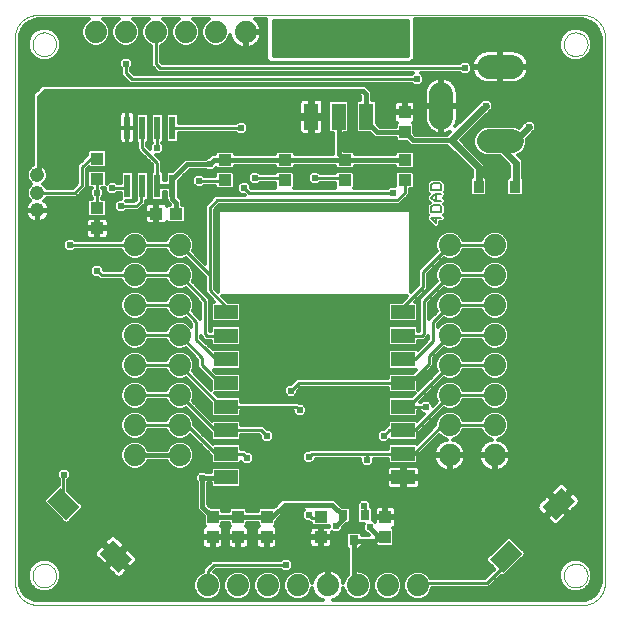
<source format=gtl>
G75*
%MOIN*%
%OFA0B0*%
%FSLAX24Y24*%
%IPPOS*%
%LPD*%
%AMOC8*
5,1,8,0,0,1.08239X$1,22.5*
%
%ADD10C,0.0000*%
%ADD11C,0.0060*%
%ADD12R,0.0787X0.0472*%
%ADD13C,0.0740*%
%ADD14R,0.0220X0.0780*%
%ADD15R,0.0433X0.0394*%
%ADD16R,0.0906X0.0630*%
%ADD17R,0.0480X0.0880*%
%ADD18R,0.1417X0.0866*%
%ADD19R,0.0394X0.0433*%
%ADD20C,0.0787*%
%ADD21R,0.0374X0.0413*%
%ADD22R,0.0315X0.0354*%
%ADD23C,0.0476*%
%ADD24C,0.0100*%
%ADD25C,0.0240*%
%ADD26C,0.0160*%
%ADD27C,0.0120*%
%ADD28C,0.0240*%
D10*
X000947Y000205D02*
X019058Y000205D01*
X019112Y000207D01*
X019165Y000212D01*
X019218Y000221D01*
X019270Y000234D01*
X019322Y000250D01*
X019372Y000270D01*
X019420Y000293D01*
X019467Y000320D01*
X019512Y000349D01*
X019555Y000382D01*
X019595Y000417D01*
X019633Y000455D01*
X019668Y000495D01*
X019701Y000538D01*
X019730Y000583D01*
X019757Y000630D01*
X019780Y000678D01*
X019800Y000728D01*
X019816Y000780D01*
X019829Y000832D01*
X019838Y000885D01*
X019843Y000938D01*
X019845Y000992D01*
X019845Y019103D01*
X019843Y019157D01*
X019838Y019210D01*
X019829Y019263D01*
X019816Y019315D01*
X019800Y019367D01*
X019780Y019417D01*
X019757Y019465D01*
X019730Y019512D01*
X019701Y019557D01*
X019668Y019600D01*
X019633Y019640D01*
X019595Y019678D01*
X019555Y019713D01*
X019512Y019746D01*
X019467Y019775D01*
X019420Y019802D01*
X019372Y019825D01*
X019322Y019845D01*
X019270Y019861D01*
X019218Y019874D01*
X019165Y019883D01*
X019112Y019888D01*
X019058Y019890D01*
X000947Y019890D01*
X000893Y019888D01*
X000840Y019883D01*
X000787Y019874D01*
X000735Y019861D01*
X000683Y019845D01*
X000633Y019825D01*
X000585Y019802D01*
X000538Y019775D01*
X000493Y019746D01*
X000450Y019713D01*
X000410Y019678D01*
X000372Y019640D01*
X000337Y019600D01*
X000304Y019557D01*
X000275Y019512D01*
X000248Y019465D01*
X000225Y019417D01*
X000205Y019367D01*
X000189Y019315D01*
X000176Y019263D01*
X000167Y019210D01*
X000162Y019157D01*
X000160Y019103D01*
X000160Y000992D01*
X000162Y000938D01*
X000167Y000885D01*
X000176Y000832D01*
X000189Y000780D01*
X000205Y000728D01*
X000225Y000678D01*
X000248Y000630D01*
X000275Y000583D01*
X000304Y000538D01*
X000337Y000495D01*
X000372Y000455D01*
X000410Y000417D01*
X000450Y000382D01*
X000493Y000349D01*
X000538Y000320D01*
X000585Y000293D01*
X000633Y000270D01*
X000683Y000250D01*
X000735Y000234D01*
X000787Y000221D01*
X000840Y000212D01*
X000893Y000207D01*
X000947Y000205D01*
X000753Y001192D02*
X000755Y001231D01*
X000761Y001270D01*
X000771Y001308D01*
X000784Y001345D01*
X000801Y001380D01*
X000821Y001414D01*
X000845Y001445D01*
X000872Y001474D01*
X000901Y001500D01*
X000933Y001523D01*
X000967Y001543D01*
X001003Y001559D01*
X001040Y001571D01*
X001079Y001580D01*
X001118Y001585D01*
X001157Y001586D01*
X001196Y001583D01*
X001235Y001576D01*
X001272Y001565D01*
X001309Y001551D01*
X001344Y001533D01*
X001377Y001512D01*
X001408Y001487D01*
X001436Y001460D01*
X001461Y001430D01*
X001483Y001397D01*
X001502Y001363D01*
X001517Y001327D01*
X001529Y001289D01*
X001537Y001251D01*
X001541Y001212D01*
X001541Y001172D01*
X001537Y001133D01*
X001529Y001095D01*
X001517Y001057D01*
X001502Y001021D01*
X001483Y000987D01*
X001461Y000954D01*
X001436Y000924D01*
X001408Y000897D01*
X001377Y000872D01*
X001344Y000851D01*
X001309Y000833D01*
X001272Y000819D01*
X001235Y000808D01*
X001196Y000801D01*
X001157Y000798D01*
X001118Y000799D01*
X001079Y000804D01*
X001040Y000813D01*
X001003Y000825D01*
X000967Y000841D01*
X000933Y000861D01*
X000901Y000884D01*
X000872Y000910D01*
X000845Y000939D01*
X000821Y000970D01*
X000801Y001004D01*
X000784Y001039D01*
X000771Y001076D01*
X000761Y001114D01*
X000755Y001153D01*
X000753Y001192D01*
X000753Y018903D02*
X000755Y018942D01*
X000761Y018981D01*
X000771Y019019D01*
X000784Y019056D01*
X000801Y019091D01*
X000821Y019125D01*
X000845Y019156D01*
X000872Y019185D01*
X000901Y019211D01*
X000933Y019234D01*
X000967Y019254D01*
X001003Y019270D01*
X001040Y019282D01*
X001079Y019291D01*
X001118Y019296D01*
X001157Y019297D01*
X001196Y019294D01*
X001235Y019287D01*
X001272Y019276D01*
X001309Y019262D01*
X001344Y019244D01*
X001377Y019223D01*
X001408Y019198D01*
X001436Y019171D01*
X001461Y019141D01*
X001483Y019108D01*
X001502Y019074D01*
X001517Y019038D01*
X001529Y019000D01*
X001537Y018962D01*
X001541Y018923D01*
X001541Y018883D01*
X001537Y018844D01*
X001529Y018806D01*
X001517Y018768D01*
X001502Y018732D01*
X001483Y018698D01*
X001461Y018665D01*
X001436Y018635D01*
X001408Y018608D01*
X001377Y018583D01*
X001344Y018562D01*
X001309Y018544D01*
X001272Y018530D01*
X001235Y018519D01*
X001196Y018512D01*
X001157Y018509D01*
X001118Y018510D01*
X001079Y018515D01*
X001040Y018524D01*
X001003Y018536D01*
X000967Y018552D01*
X000933Y018572D01*
X000901Y018595D01*
X000872Y018621D01*
X000845Y018650D01*
X000821Y018681D01*
X000801Y018715D01*
X000784Y018750D01*
X000771Y018787D01*
X000761Y018825D01*
X000755Y018864D01*
X000753Y018903D01*
X018464Y018903D02*
X018466Y018942D01*
X018472Y018981D01*
X018482Y019019D01*
X018495Y019056D01*
X018512Y019091D01*
X018532Y019125D01*
X018556Y019156D01*
X018583Y019185D01*
X018612Y019211D01*
X018644Y019234D01*
X018678Y019254D01*
X018714Y019270D01*
X018751Y019282D01*
X018790Y019291D01*
X018829Y019296D01*
X018868Y019297D01*
X018907Y019294D01*
X018946Y019287D01*
X018983Y019276D01*
X019020Y019262D01*
X019055Y019244D01*
X019088Y019223D01*
X019119Y019198D01*
X019147Y019171D01*
X019172Y019141D01*
X019194Y019108D01*
X019213Y019074D01*
X019228Y019038D01*
X019240Y019000D01*
X019248Y018962D01*
X019252Y018923D01*
X019252Y018883D01*
X019248Y018844D01*
X019240Y018806D01*
X019228Y018768D01*
X019213Y018732D01*
X019194Y018698D01*
X019172Y018665D01*
X019147Y018635D01*
X019119Y018608D01*
X019088Y018583D01*
X019055Y018562D01*
X019020Y018544D01*
X018983Y018530D01*
X018946Y018519D01*
X018907Y018512D01*
X018868Y018509D01*
X018829Y018510D01*
X018790Y018515D01*
X018751Y018524D01*
X018714Y018536D01*
X018678Y018552D01*
X018644Y018572D01*
X018612Y018595D01*
X018583Y018621D01*
X018556Y018650D01*
X018532Y018681D01*
X018512Y018715D01*
X018495Y018750D01*
X018482Y018787D01*
X018472Y018825D01*
X018466Y018864D01*
X018464Y018903D01*
X018464Y001192D02*
X018466Y001231D01*
X018472Y001270D01*
X018482Y001308D01*
X018495Y001345D01*
X018512Y001380D01*
X018532Y001414D01*
X018556Y001445D01*
X018583Y001474D01*
X018612Y001500D01*
X018644Y001523D01*
X018678Y001543D01*
X018714Y001559D01*
X018751Y001571D01*
X018790Y001580D01*
X018829Y001585D01*
X018868Y001586D01*
X018907Y001583D01*
X018946Y001576D01*
X018983Y001565D01*
X019020Y001551D01*
X019055Y001533D01*
X019088Y001512D01*
X019119Y001487D01*
X019147Y001460D01*
X019172Y001430D01*
X019194Y001397D01*
X019213Y001363D01*
X019228Y001327D01*
X019240Y001289D01*
X019248Y001251D01*
X019252Y001212D01*
X019252Y001172D01*
X019248Y001133D01*
X019240Y001095D01*
X019228Y001057D01*
X019213Y001021D01*
X019194Y000987D01*
X019172Y000954D01*
X019147Y000924D01*
X019119Y000897D01*
X019088Y000872D01*
X019055Y000851D01*
X019020Y000833D01*
X018983Y000819D01*
X018946Y000808D01*
X018907Y000801D01*
X018868Y000798D01*
X018829Y000799D01*
X018790Y000804D01*
X018751Y000813D01*
X018714Y000825D01*
X018678Y000841D01*
X018644Y000861D01*
X018612Y000884D01*
X018583Y000910D01*
X018556Y000939D01*
X018532Y000970D01*
X018512Y001004D01*
X018495Y001039D01*
X018482Y001076D01*
X018472Y001114D01*
X018466Y001153D01*
X018464Y001192D01*
D11*
X014210Y012935D02*
X014210Y013162D01*
X014380Y013105D02*
X014040Y013105D01*
X014210Y012935D01*
X014040Y013303D02*
X014380Y013303D01*
X014380Y013473D01*
X014323Y013530D01*
X014096Y013530D01*
X014040Y013473D01*
X014040Y013303D01*
X014153Y013672D02*
X014040Y013785D01*
X014153Y013898D01*
X014380Y013898D01*
X014380Y014040D02*
X014040Y014040D01*
X014040Y014210D01*
X014096Y014267D01*
X014323Y014267D01*
X014380Y014210D01*
X014380Y014040D01*
X014210Y013898D02*
X014210Y013672D01*
X014153Y013672D02*
X014380Y013672D01*
D12*
X013113Y009977D03*
X013113Y009189D03*
X013113Y008402D03*
X013113Y007614D03*
X013113Y006827D03*
X013113Y006040D03*
X013113Y005252D03*
X013113Y004465D03*
X007207Y004465D03*
X007207Y005252D03*
X007207Y006040D03*
X007207Y006827D03*
X007207Y007614D03*
X007207Y008402D03*
X007207Y009189D03*
X007207Y009977D03*
D13*
X005660Y010205D03*
X005660Y011205D03*
X005660Y012205D03*
X004160Y012205D03*
X004160Y011205D03*
X004160Y010205D03*
X004160Y009205D03*
X004160Y008205D03*
X004160Y007205D03*
X004160Y006205D03*
X004160Y005205D03*
X005660Y005205D03*
X005660Y006205D03*
X005660Y007205D03*
X005660Y008205D03*
X005660Y009205D03*
X006596Y000864D03*
X007596Y000864D03*
X008596Y000864D03*
X009596Y000864D03*
X010596Y000864D03*
X011596Y000864D03*
X012596Y000864D03*
X013596Y000864D03*
X014660Y005205D03*
X014660Y006205D03*
X014660Y007205D03*
X014660Y008205D03*
X014660Y009205D03*
X014660Y010205D03*
X014660Y011205D03*
X014660Y012205D03*
X016160Y012205D03*
X016160Y011205D03*
X016160Y010205D03*
X016160Y009205D03*
X016160Y008205D03*
X016160Y007205D03*
X016160Y006205D03*
X016160Y005205D03*
X007860Y019305D03*
X006860Y019305D03*
X005860Y019305D03*
X004860Y019305D03*
X003860Y019305D03*
X002860Y019305D03*
D14*
X003910Y016125D03*
X004410Y016125D03*
X004910Y016125D03*
X005410Y016125D03*
X005410Y014185D03*
X004910Y014185D03*
X004410Y014185D03*
X003910Y014185D03*
D15*
X002910Y014420D03*
X002910Y015090D03*
X002910Y013440D03*
X002910Y012770D03*
X004875Y013255D03*
X005545Y013255D03*
X007160Y014370D03*
X007160Y015040D03*
X009160Y015040D03*
X009160Y014370D03*
X011160Y014370D03*
X011160Y015040D03*
X013160Y015040D03*
X013160Y014370D03*
X010360Y003140D03*
X010360Y002470D03*
D16*
G36*
X015990Y001731D02*
X016630Y002371D01*
X017076Y001925D01*
X016436Y001285D01*
X015990Y001731D01*
G37*
G36*
X017744Y003485D02*
X018384Y004125D01*
X018830Y003679D01*
X018190Y003039D01*
X017744Y003485D01*
G37*
G36*
X003440Y002371D02*
X004080Y001731D01*
X003634Y001285D01*
X002994Y001925D01*
X003440Y002371D01*
G37*
G36*
X001686Y004125D02*
X002326Y003485D01*
X001880Y003039D01*
X001240Y003679D01*
X001686Y004125D01*
G37*
D17*
X010050Y016485D03*
X010960Y016485D03*
X011870Y016485D03*
D18*
X010960Y018925D03*
D19*
X013160Y016640D03*
X013160Y015970D03*
X012510Y003140D03*
X012510Y002470D03*
X008560Y002470D03*
X008560Y003140D03*
X007610Y003140D03*
X007610Y002470D03*
X006760Y002470D03*
X006760Y003140D03*
D20*
X015951Y015672D02*
X016738Y015672D01*
X016738Y018152D02*
X015951Y018152D01*
X014376Y017247D02*
X014376Y016459D01*
D21*
X015619Y014155D03*
X016840Y014155D03*
D22*
X011834Y003199D03*
X011086Y003199D03*
X011460Y002372D03*
D23*
X000910Y013364D03*
X000910Y013955D03*
X000910Y014546D03*
D24*
X000910Y013955D02*
X002160Y013955D01*
X002410Y014205D01*
X002410Y014805D01*
X002695Y015090D01*
X002910Y015090D01*
X002910Y014420D02*
X002910Y013955D01*
X002910Y013440D01*
X003410Y014105D02*
X003830Y014105D01*
X003910Y014185D01*
X004360Y014135D02*
X004360Y013655D01*
X004210Y013505D01*
X003710Y013505D01*
X004360Y014135D02*
X004410Y014185D01*
X004360Y014135D01*
X004910Y014185D02*
X004910Y013955D01*
X004910Y014185D02*
X004910Y014955D01*
X004410Y015455D01*
X004410Y016125D01*
X004910Y016125D02*
X004910Y015455D01*
X005430Y016105D02*
X005410Y016125D01*
X005430Y016105D02*
X007710Y016105D01*
X008160Y014455D02*
X009075Y014455D01*
X009160Y014370D01*
X010160Y014455D02*
X011075Y014455D01*
X011160Y014370D01*
X012760Y013955D02*
X007960Y013955D01*
X007810Y014105D01*
X007160Y014370D02*
X007145Y014355D01*
X006310Y014355D01*
X006910Y013705D02*
X012910Y013705D01*
X013160Y013955D01*
X013160Y014370D01*
X014660Y012205D02*
X016160Y012205D01*
X016160Y011205D02*
X014660Y011205D01*
X013810Y010355D01*
X013810Y009255D01*
X013744Y009189D01*
X013113Y009189D01*
X013113Y008402D02*
X013507Y008402D01*
X014110Y009005D01*
X014110Y009655D01*
X014660Y010205D01*
X016160Y010205D01*
X016160Y009205D02*
X014660Y009205D01*
X013960Y008505D01*
X013960Y008255D01*
X013319Y007614D01*
X013113Y007614D01*
X009619Y007614D01*
X009360Y007355D01*
X009538Y006827D02*
X009660Y006705D01*
X009538Y006827D02*
X007207Y006827D01*
X007038Y006827D01*
X005660Y008205D01*
X004160Y008205D01*
X004160Y007205D02*
X005660Y007205D01*
X006825Y006040D01*
X007207Y006040D01*
X008375Y006040D01*
X008560Y005855D01*
X007910Y005105D02*
X007763Y005252D01*
X007207Y005252D01*
X006863Y005252D01*
X005910Y006205D01*
X005660Y006205D01*
X004160Y006205D01*
X001810Y004555D02*
X001783Y004528D01*
X001783Y003582D01*
X006596Y000864D02*
X006610Y000878D01*
X006610Y001355D01*
X006810Y001555D01*
X009210Y001555D01*
X010060Y003105D02*
X010325Y003105D01*
X010360Y003140D01*
X010060Y003105D02*
X009960Y003205D01*
X011810Y003505D02*
X011834Y003481D01*
X011834Y003199D01*
X011910Y005055D02*
X011910Y005202D01*
X011960Y005252D01*
X010157Y005252D01*
X010057Y005252D01*
X009960Y005155D01*
X011960Y005252D02*
X013113Y005252D01*
X013457Y005252D01*
X014410Y006205D01*
X014660Y006205D01*
X016160Y006205D01*
X016160Y007205D02*
X014660Y007205D01*
X013495Y006040D01*
X013113Y006040D01*
X012645Y006040D01*
X012460Y005855D01*
X013113Y006827D02*
X013282Y006827D01*
X013838Y006827D01*
X013860Y006805D01*
X013282Y006827D02*
X014660Y008205D01*
X016160Y008205D01*
X013760Y010805D02*
X013760Y011305D01*
X014660Y012205D01*
X013760Y010805D02*
X013113Y010158D01*
X013113Y009977D01*
X014660Y005205D02*
X016160Y005205D01*
X016533Y001828D02*
X016533Y001578D01*
X015910Y000955D01*
X013606Y000955D01*
X013596Y000864D01*
X007207Y007614D02*
X007001Y007614D01*
X006660Y007955D01*
X006410Y008205D01*
X006410Y008455D01*
X005660Y009205D01*
X004160Y009205D01*
X004160Y010205D02*
X005660Y010205D01*
X006210Y009655D01*
X006210Y009055D01*
X006460Y008805D01*
X006863Y008402D01*
X007207Y008402D01*
X007207Y009189D02*
X006576Y009189D01*
X006510Y009255D01*
X006510Y010355D01*
X005660Y011205D01*
X004160Y011205D01*
X003060Y011205D01*
X002910Y011355D01*
X002010Y012205D02*
X004360Y012205D01*
X005660Y012205D01*
X006660Y011205D01*
X006660Y013455D01*
X006910Y013705D01*
X006660Y011205D02*
X006660Y010955D01*
X006660Y010705D01*
X007207Y010158D01*
X007207Y009977D01*
X004360Y012205D02*
X004160Y012205D01*
X004060Y017755D02*
X003860Y017955D01*
X003860Y018255D01*
X004060Y017755D02*
X013560Y017755D01*
X013260Y018505D02*
X013260Y019720D01*
X008760Y019720D01*
X008760Y018505D01*
X013260Y018505D01*
X013260Y018526D02*
X008760Y018526D01*
X008760Y018625D02*
X013260Y018625D01*
X013260Y018723D02*
X008760Y018723D01*
X008760Y018822D02*
X013260Y018822D01*
X013260Y018920D02*
X008760Y018920D01*
X008760Y019019D02*
X013260Y019019D01*
X013260Y019117D02*
X008760Y019117D01*
X008760Y019216D02*
X013260Y019216D01*
X013260Y019314D02*
X008760Y019314D01*
X008760Y019413D02*
X013260Y019413D01*
X013260Y019511D02*
X008760Y019511D01*
X008760Y019610D02*
X013260Y019610D01*
X013260Y019708D02*
X008760Y019708D01*
X005010Y018105D02*
X004860Y018255D01*
X004860Y019305D01*
X005010Y018105D02*
X015160Y018105D01*
D25*
X015160Y018105D03*
X015860Y016855D03*
X017310Y016155D03*
X019310Y016205D03*
X019310Y015505D03*
X019310Y014855D03*
X019310Y014205D03*
X019310Y013555D03*
X019310Y012955D03*
X019310Y011655D03*
X019310Y010955D03*
X019310Y010305D03*
X019310Y009705D03*
X019310Y009055D03*
X019310Y007855D03*
X019310Y007305D03*
X019310Y006705D03*
X019310Y006055D03*
X019310Y005405D03*
X019310Y004805D03*
X019310Y004205D03*
X019310Y003605D03*
X019310Y002955D03*
X019310Y002355D03*
X015360Y006705D03*
X015360Y007705D03*
X015360Y008705D03*
X015360Y009705D03*
X015360Y010705D03*
X012760Y013955D03*
X010660Y015705D03*
X010060Y015705D03*
X009460Y015705D03*
X008860Y015705D03*
X008260Y015705D03*
X007710Y016105D03*
X007460Y015705D03*
X006860Y015705D03*
X006260Y015705D03*
X006210Y016505D03*
X006860Y016505D03*
X006660Y014905D03*
X006310Y014355D03*
X004910Y015455D03*
X003410Y014105D03*
X002910Y013955D03*
X003360Y014705D03*
X003360Y015305D03*
X003360Y015905D03*
X003360Y016455D03*
X001960Y015555D03*
X001410Y015555D03*
X000560Y015505D03*
X000560Y016055D03*
X003710Y013505D03*
X002010Y012205D03*
X002910Y011355D03*
X000660Y011055D03*
X000660Y010405D03*
X000660Y009805D03*
X000660Y009205D03*
X000660Y008605D03*
X000660Y008005D03*
X000660Y007405D03*
X000660Y006805D03*
X000660Y006155D03*
X000660Y005505D03*
X000660Y004905D03*
X000660Y004305D03*
X000660Y003705D03*
X000660Y003055D03*
X000660Y002455D03*
X001810Y004555D03*
X004960Y005705D03*
X004960Y006705D03*
X006410Y004455D03*
X005910Y004155D03*
X005910Y003655D03*
X005910Y003105D03*
X005810Y001855D03*
X005810Y001155D03*
X005810Y000505D03*
X006510Y001855D03*
X007160Y001905D03*
X009210Y001555D03*
X009960Y003205D03*
X010860Y002855D03*
X011810Y003505D03*
X012110Y003805D03*
X012110Y004305D03*
X011910Y005055D03*
X011410Y004705D03*
X012460Y005855D03*
X012160Y007155D03*
X012160Y008105D03*
X012160Y008705D03*
X012160Y009305D03*
X012160Y009905D03*
X011560Y009905D03*
X010960Y009905D03*
X010160Y009905D03*
X009360Y009905D03*
X008760Y009905D03*
X008160Y009905D03*
X008160Y009305D03*
X008160Y008705D03*
X008160Y008105D03*
X008160Y007505D03*
X008160Y006505D03*
X008560Y005855D03*
X008160Y005655D03*
X007910Y005105D03*
X008960Y005305D03*
X009960Y005155D03*
X009660Y006705D03*
X009360Y007355D03*
X012810Y003805D03*
X013310Y003805D03*
X013760Y003905D03*
X013810Y004555D03*
X013810Y005055D03*
X013860Y006805D03*
X012010Y002805D03*
X013060Y001855D03*
X013660Y001855D03*
X014510Y001855D03*
X014510Y001355D03*
X014510Y000555D03*
X007810Y014105D03*
X008160Y014455D03*
X009460Y016455D03*
X010160Y014455D03*
X013560Y017755D03*
X012860Y018905D03*
X012360Y018905D03*
X011860Y018905D03*
X011860Y019505D03*
X012360Y019505D03*
X012860Y019505D03*
X011260Y019505D03*
X010660Y019505D03*
X010060Y019505D03*
X009560Y019505D03*
X009060Y019505D03*
X009060Y018905D03*
X009560Y018905D03*
X010060Y018905D03*
X003860Y018255D03*
X000660Y011705D03*
D26*
X000910Y014546D02*
X000960Y014596D01*
X000960Y017155D01*
X001160Y017355D01*
X011760Y017355D01*
X011870Y017245D01*
X011870Y016485D01*
X012010Y016245D01*
X012010Y016205D01*
X012245Y015970D01*
X013160Y015970D01*
X013425Y015705D01*
X014710Y015705D01*
X013160Y015040D02*
X011160Y015040D01*
X009160Y015040D01*
X007160Y015040D01*
X006795Y015040D01*
X006660Y014905D01*
X005910Y014905D01*
X005410Y014405D01*
X005410Y014185D01*
X005410Y013755D01*
X005545Y013620D01*
X005545Y013255D01*
X005410Y014185D02*
X004910Y014185D01*
X010960Y015240D02*
X011160Y015040D01*
X010960Y015240D02*
X010960Y016485D01*
X005660Y005205D02*
X004160Y005205D01*
X006410Y004455D02*
X006410Y003490D01*
X006760Y003140D01*
X007610Y003140D01*
X008560Y003140D01*
X008745Y003140D01*
X009160Y003555D01*
X010730Y003555D01*
X011086Y003199D01*
X011086Y003081D01*
X010860Y002855D01*
X011460Y002372D02*
X011477Y002355D01*
X012160Y002355D01*
X012275Y002470D01*
X012310Y002470D01*
X012010Y002770D01*
X012010Y002805D01*
X012310Y002470D02*
X012510Y002470D01*
X011460Y002372D02*
X011460Y001001D01*
X011596Y000864D01*
X007207Y004465D02*
X007197Y004455D01*
X006410Y004455D01*
D27*
X000504Y000549D02*
X000388Y000708D01*
X000328Y000894D01*
X000320Y000992D01*
X000320Y019103D01*
X000328Y019201D01*
X000388Y019387D01*
X000504Y019546D01*
X000663Y019662D01*
X000849Y019722D01*
X000947Y019730D01*
X002632Y019730D01*
X002588Y019712D01*
X002453Y019577D01*
X002380Y019400D01*
X002380Y019210D01*
X002453Y019033D01*
X002588Y018898D01*
X002765Y018825D01*
X002955Y018825D01*
X003132Y018898D01*
X003267Y019033D01*
X003340Y019210D01*
X003340Y019400D01*
X003267Y019577D01*
X003132Y019712D01*
X003088Y019730D01*
X003632Y019730D01*
X003588Y019712D01*
X003453Y019577D01*
X003380Y019400D01*
X003380Y019210D01*
X003453Y019033D01*
X003588Y018898D01*
X003765Y018825D01*
X003955Y018825D01*
X004132Y018898D01*
X004267Y019033D01*
X004340Y019210D01*
X004340Y019400D01*
X004267Y019577D01*
X004132Y019712D01*
X004088Y019730D01*
X004632Y019730D01*
X004588Y019712D01*
X004453Y019577D01*
X004380Y019400D01*
X004380Y019210D01*
X004453Y019033D01*
X004588Y018898D01*
X004700Y018852D01*
X004700Y018189D01*
X004794Y018095D01*
X004944Y017945D01*
X013425Y017945D01*
X013395Y017915D01*
X004126Y017915D01*
X004020Y018021D01*
X004020Y018090D01*
X004090Y018160D01*
X004090Y018350D01*
X003955Y018485D01*
X003765Y018485D01*
X003630Y018350D01*
X003630Y018160D01*
X003700Y018090D01*
X003700Y017889D01*
X003794Y017795D01*
X003994Y017595D01*
X013395Y017595D01*
X013465Y017525D01*
X013655Y017525D01*
X013790Y017660D01*
X013790Y017850D01*
X013695Y017945D01*
X014995Y017945D01*
X015065Y017875D01*
X015255Y017875D01*
X015390Y018010D01*
X015390Y018200D01*
X015255Y018335D01*
X015065Y018335D01*
X014995Y018265D01*
X005076Y018265D01*
X005020Y018321D01*
X005020Y018852D01*
X005132Y018898D01*
X005267Y019033D01*
X005340Y019210D01*
X005340Y019400D01*
X005267Y019577D01*
X005132Y019712D01*
X005088Y019730D01*
X005632Y019730D01*
X005588Y019712D01*
X005453Y019577D01*
X005380Y019400D01*
X005380Y019210D01*
X005453Y019033D01*
X005588Y018898D01*
X005765Y018825D01*
X005955Y018825D01*
X006132Y018898D01*
X006267Y019033D01*
X006340Y019210D01*
X006340Y019400D01*
X006267Y019577D01*
X006132Y019712D01*
X006088Y019730D01*
X006632Y019730D01*
X006588Y019712D01*
X006453Y019577D01*
X006380Y019400D01*
X006380Y019210D01*
X006453Y019033D01*
X006588Y018898D01*
X006765Y018825D01*
X006955Y018825D01*
X007132Y018898D01*
X007267Y019033D01*
X007339Y019207D01*
X007343Y019181D01*
X007369Y019102D01*
X007407Y019027D01*
X007456Y018960D01*
X007515Y018901D01*
X007582Y018852D01*
X007657Y018814D01*
X007736Y018788D01*
X007818Y018775D01*
X007820Y018775D01*
X007820Y019265D01*
X007900Y019265D01*
X007900Y019345D01*
X008390Y019345D01*
X008390Y019347D01*
X008377Y019429D01*
X008351Y019508D01*
X008313Y019583D01*
X008264Y019650D01*
X008205Y019709D01*
X008177Y019730D01*
X008530Y019730D01*
X008530Y018410D01*
X008665Y018275D01*
X013355Y018275D01*
X013490Y018410D01*
X013490Y019730D01*
X019058Y019730D01*
X019156Y019722D01*
X019342Y019662D01*
X019501Y019546D01*
X019617Y019387D01*
X019677Y019201D01*
X019685Y019103D01*
X019685Y000992D01*
X019677Y000894D01*
X019617Y000708D01*
X019501Y000549D01*
X019342Y000433D01*
X019156Y000373D01*
X019058Y000365D01*
X010775Y000365D01*
X010800Y000373D01*
X010874Y000411D01*
X010942Y000460D01*
X011001Y000519D01*
X011050Y000586D01*
X011087Y000661D01*
X011113Y000740D01*
X011117Y000766D01*
X011189Y000592D01*
X011324Y000457D01*
X011501Y000384D01*
X011692Y000384D01*
X011868Y000457D01*
X012003Y000592D01*
X012076Y000769D01*
X012076Y000960D01*
X012003Y001136D01*
X011868Y001271D01*
X011692Y001344D01*
X011650Y001344D01*
X011650Y002085D01*
X011663Y002085D01*
X011727Y002149D01*
X011727Y002165D01*
X012239Y002165D01*
X012243Y002169D01*
X012268Y002144D01*
X012752Y002144D01*
X012817Y002208D01*
X012817Y002732D01*
X012773Y002776D01*
X012805Y002795D01*
X012835Y002825D01*
X012856Y002861D01*
X012867Y002902D01*
X012867Y003101D01*
X012548Y003101D01*
X012548Y003178D01*
X012472Y003178D01*
X012472Y003516D01*
X012292Y003516D01*
X012251Y003505D01*
X012215Y003484D01*
X012185Y003454D01*
X012164Y003418D01*
X012153Y003377D01*
X012153Y003178D01*
X012472Y003178D01*
X012472Y003101D01*
X012153Y003101D01*
X012153Y002987D01*
X012105Y003035D01*
X012101Y003035D01*
X012101Y003421D01*
X012040Y003483D01*
X012040Y003600D01*
X011905Y003735D01*
X011715Y003735D01*
X011580Y003600D01*
X011580Y003435D01*
X011567Y003421D01*
X011567Y002976D01*
X011631Y002912D01*
X011791Y002912D01*
X011780Y002900D01*
X011780Y002710D01*
X011915Y002575D01*
X011937Y002575D01*
X011967Y002545D01*
X011727Y002545D01*
X011727Y002595D01*
X011663Y002659D01*
X011257Y002659D01*
X011193Y002595D01*
X011193Y002149D01*
X011257Y002085D01*
X011270Y002085D01*
X011270Y001217D01*
X011189Y001136D01*
X011117Y000962D01*
X011113Y000988D01*
X011087Y001068D01*
X011050Y001142D01*
X011001Y001209D01*
X010942Y001268D01*
X010874Y001318D01*
X010800Y001355D01*
X010720Y001381D01*
X010638Y001394D01*
X010636Y001394D01*
X010636Y000904D01*
X010556Y000904D01*
X010556Y001394D01*
X010555Y001394D01*
X010472Y001381D01*
X010393Y001355D01*
X010319Y001318D01*
X010251Y001268D01*
X010192Y001209D01*
X010143Y001142D01*
X010105Y001068D01*
X010079Y000988D01*
X010075Y000962D01*
X010003Y001136D01*
X009868Y001271D01*
X009692Y001344D01*
X009501Y001344D01*
X009324Y001271D01*
X009189Y001136D01*
X009116Y000960D01*
X009116Y000769D01*
X009189Y000592D01*
X009324Y000457D01*
X009501Y000384D01*
X009692Y000384D01*
X009868Y000457D01*
X010003Y000592D01*
X010075Y000766D01*
X010079Y000740D01*
X010105Y000661D01*
X010143Y000586D01*
X010192Y000519D01*
X010251Y000460D01*
X010319Y000411D01*
X010393Y000373D01*
X010418Y000365D01*
X000947Y000365D01*
X000849Y000373D01*
X000663Y000433D01*
X000504Y000549D01*
X000495Y000561D02*
X006221Y000561D01*
X006189Y000592D02*
X006324Y000457D01*
X006501Y000384D01*
X006692Y000384D01*
X006868Y000457D01*
X007003Y000592D01*
X007076Y000769D01*
X007076Y000960D01*
X007003Y001136D01*
X006868Y001271D01*
X006786Y001305D01*
X006876Y001395D01*
X009045Y001395D01*
X009115Y001325D01*
X009305Y001325D01*
X009440Y001460D01*
X009440Y001650D01*
X009305Y001785D01*
X009115Y001785D01*
X009045Y001715D01*
X006744Y001715D01*
X006544Y001515D01*
X006450Y001421D01*
X006450Y001323D01*
X006324Y001271D01*
X006189Y001136D01*
X006116Y000960D01*
X006116Y000769D01*
X006189Y000592D01*
X006153Y000679D02*
X001355Y000679D01*
X001258Y000639D02*
X001461Y000723D01*
X001617Y000879D01*
X001701Y001082D01*
X001701Y001303D01*
X001617Y001506D01*
X001461Y001662D01*
X001258Y001746D01*
X001037Y001746D01*
X000834Y001662D01*
X000678Y001506D01*
X000594Y001303D01*
X000594Y001082D01*
X000678Y000879D01*
X000834Y000723D01*
X001037Y000639D01*
X001258Y000639D01*
X001536Y000798D02*
X006116Y000798D01*
X006116Y000916D02*
X001632Y000916D01*
X001681Y001035D02*
X006147Y001035D01*
X006206Y001153D02*
X003725Y001153D01*
X003733Y001157D02*
X003928Y001352D01*
X003537Y001743D01*
X003622Y001828D01*
X004013Y001437D01*
X004208Y001632D01*
X004229Y001669D01*
X004240Y001710D01*
X004240Y001752D01*
X004229Y001792D01*
X004208Y001829D01*
X003915Y002121D01*
X003622Y001828D01*
X003537Y001913D01*
X003830Y002206D01*
X003538Y002499D01*
X003501Y002520D01*
X003461Y002531D01*
X003418Y002531D01*
X003378Y002520D01*
X003341Y002499D01*
X003146Y002304D01*
X003537Y001913D01*
X003452Y001828D01*
X003537Y001743D01*
X003243Y001450D01*
X003536Y001157D01*
X003573Y001136D01*
X003613Y001125D01*
X003655Y001125D01*
X003696Y001136D01*
X003733Y001157D01*
X003847Y001272D02*
X006325Y001272D01*
X006450Y001390D02*
X003890Y001390D01*
X003941Y001509D02*
X003772Y001509D01*
X003823Y001627D02*
X003653Y001627D01*
X003704Y001746D02*
X003539Y001746D01*
X003535Y001746D02*
X003370Y001746D01*
X003452Y001828D02*
X003159Y001535D01*
X002866Y001827D01*
X002845Y001864D01*
X000320Y001864D01*
X000320Y001746D02*
X001036Y001746D01*
X001259Y001746D02*
X002948Y001746D01*
X002845Y001864D02*
X002834Y001904D01*
X002834Y001947D01*
X002845Y001987D01*
X002866Y002024D01*
X003061Y002219D01*
X003452Y001828D01*
X003416Y001864D02*
X003488Y001864D01*
X003586Y001864D02*
X003658Y001864D01*
X003607Y001983D02*
X003776Y001983D01*
X003725Y002101D02*
X003895Y002101D01*
X003936Y002101D02*
X006515Y002101D01*
X006501Y002105D02*
X006542Y002094D01*
X006722Y002094D01*
X006722Y002432D01*
X006798Y002432D01*
X006798Y002094D01*
X006978Y002094D01*
X007019Y002105D01*
X007055Y002126D01*
X007085Y002156D01*
X007106Y002192D01*
X007117Y002233D01*
X007117Y002432D01*
X006798Y002432D01*
X006798Y002509D01*
X007117Y002509D01*
X007117Y002708D01*
X007106Y002749D01*
X007085Y002785D01*
X007055Y002815D01*
X007023Y002834D01*
X007067Y002878D01*
X007067Y002950D01*
X007303Y002950D01*
X007303Y002878D01*
X007347Y002834D01*
X007315Y002815D01*
X007285Y002785D01*
X007264Y002749D01*
X007253Y002708D01*
X007253Y002509D01*
X007572Y002509D01*
X007572Y002432D01*
X007648Y002432D01*
X007648Y002094D01*
X007828Y002094D01*
X007869Y002105D01*
X007905Y002126D01*
X007935Y002156D01*
X007956Y002192D01*
X007967Y002233D01*
X007967Y002432D01*
X007648Y002432D01*
X007648Y002509D01*
X007967Y002509D01*
X007967Y002708D01*
X007956Y002749D01*
X007935Y002785D01*
X007905Y002815D01*
X007873Y002834D01*
X007917Y002878D01*
X007917Y002950D01*
X008253Y002950D01*
X008253Y002878D01*
X008297Y002834D01*
X008265Y002815D01*
X008235Y002785D01*
X008214Y002749D01*
X008203Y002708D01*
X008203Y002509D01*
X008522Y002509D01*
X008522Y002432D01*
X008598Y002432D01*
X008598Y002094D01*
X008778Y002094D01*
X008819Y002105D01*
X008855Y002126D01*
X008885Y002156D01*
X008906Y002192D01*
X008917Y002233D01*
X008917Y002432D01*
X008598Y002432D01*
X008598Y002509D01*
X008917Y002509D01*
X008917Y002708D01*
X008906Y002749D01*
X008885Y002785D01*
X008855Y002815D01*
X008823Y002834D01*
X008867Y002878D01*
X008867Y002993D01*
X009239Y003365D01*
X009795Y003365D01*
X009730Y003300D01*
X009730Y003110D01*
X009865Y002975D01*
X009964Y002975D01*
X009994Y002945D01*
X010033Y002945D01*
X010033Y002897D01*
X010098Y002833D01*
X010622Y002833D01*
X010630Y002841D01*
X010630Y002819D01*
X010598Y002827D01*
X010398Y002827D01*
X010398Y002509D01*
X010322Y002509D01*
X010322Y002827D01*
X010122Y002827D01*
X010082Y002816D01*
X010045Y002795D01*
X010015Y002765D01*
X009994Y002729D01*
X009983Y002688D01*
X009983Y002509D01*
X010322Y002509D01*
X010322Y002432D01*
X010398Y002432D01*
X010398Y002114D01*
X010598Y002114D01*
X010638Y002124D01*
X010675Y002145D01*
X010705Y002175D01*
X010726Y002212D01*
X010737Y002252D01*
X010737Y002432D01*
X010398Y002432D01*
X010398Y002509D01*
X010737Y002509D01*
X010737Y002653D01*
X010765Y002625D01*
X010955Y002625D01*
X011090Y002760D01*
X011090Y002816D01*
X011185Y002912D01*
X011289Y002912D01*
X011353Y002976D01*
X011353Y003421D01*
X011289Y003486D01*
X011068Y003486D01*
X010808Y003745D01*
X009081Y003745D01*
X008970Y003634D01*
X008970Y003634D01*
X008802Y003466D01*
X008318Y003466D01*
X008253Y003402D01*
X008253Y003330D01*
X007917Y003330D01*
X007917Y003402D01*
X007852Y003466D01*
X007368Y003466D01*
X007303Y003402D01*
X007303Y003330D01*
X007067Y003330D01*
X007067Y003402D01*
X007002Y003466D01*
X006702Y003466D01*
X006600Y003568D01*
X006600Y004265D01*
X006704Y004265D01*
X006704Y004183D01*
X006768Y004119D01*
X007647Y004119D01*
X007711Y004183D01*
X007711Y004747D01*
X007647Y004811D01*
X006768Y004811D01*
X006704Y004747D01*
X006704Y004645D01*
X006545Y004645D01*
X006505Y004685D01*
X006315Y004685D01*
X006180Y004550D01*
X006180Y004360D01*
X006220Y004320D01*
X006220Y003411D01*
X006453Y003178D01*
X006453Y002878D01*
X006497Y002834D01*
X006465Y002815D01*
X006435Y002785D01*
X006414Y002749D01*
X006403Y002708D01*
X006403Y002509D01*
X006722Y002509D01*
X006722Y002432D01*
X006403Y002432D01*
X006403Y002233D01*
X006414Y002192D01*
X006435Y002156D01*
X006465Y002126D01*
X006501Y002105D01*
X006407Y002220D02*
X003817Y002220D01*
X003699Y002338D02*
X006403Y002338D01*
X006403Y002575D02*
X000320Y002575D01*
X000320Y002457D02*
X003299Y002457D01*
X003180Y002338D02*
X000320Y002338D01*
X000320Y002220D02*
X003230Y002220D01*
X003179Y002101D02*
X003349Y002101D01*
X003298Y001983D02*
X003467Y001983D01*
X003421Y001627D02*
X003251Y001627D01*
X003302Y001509D02*
X001614Y001509D01*
X001665Y001390D02*
X003303Y001390D01*
X003422Y001272D02*
X001701Y001272D01*
X001701Y001153D02*
X003543Y001153D01*
X003066Y001627D02*
X001496Y001627D01*
X000799Y001627D02*
X000320Y001627D01*
X000320Y001509D02*
X000680Y001509D01*
X000630Y001390D02*
X000320Y001390D01*
X000320Y001272D02*
X000594Y001272D01*
X000594Y001153D02*
X000320Y001153D01*
X000320Y001035D02*
X000613Y001035D01*
X000663Y000916D02*
X000326Y000916D01*
X000359Y000798D02*
X000759Y000798D01*
X000940Y000679D02*
X000409Y000679D01*
X000651Y000442D02*
X006361Y000442D01*
X006831Y000442D02*
X007361Y000442D01*
X007324Y000457D02*
X007501Y000384D01*
X007692Y000384D01*
X007868Y000457D01*
X008003Y000592D01*
X008076Y000769D01*
X008076Y000960D01*
X008003Y001136D01*
X007868Y001271D01*
X007692Y001344D01*
X007501Y001344D01*
X007324Y001271D01*
X007189Y001136D01*
X007116Y000960D01*
X007116Y000769D01*
X007189Y000592D01*
X007324Y000457D01*
X007221Y000561D02*
X006971Y000561D01*
X007039Y000679D02*
X007153Y000679D01*
X007116Y000798D02*
X007076Y000798D01*
X007076Y000916D02*
X007116Y000916D01*
X007147Y001035D02*
X007045Y001035D01*
X006986Y001153D02*
X007206Y001153D01*
X007325Y001272D02*
X006867Y001272D01*
X006871Y001390D02*
X009050Y001390D01*
X008868Y001271D02*
X008692Y001344D01*
X008501Y001344D01*
X008324Y001271D01*
X008189Y001136D01*
X008116Y000960D01*
X008116Y000769D01*
X008189Y000592D01*
X008324Y000457D01*
X008501Y000384D01*
X008692Y000384D01*
X008868Y000457D01*
X009003Y000592D01*
X009076Y000769D01*
X009076Y000960D01*
X009003Y001136D01*
X008868Y001271D01*
X008867Y001272D02*
X009325Y001272D01*
X009370Y001390D02*
X010528Y001390D01*
X010556Y001390D02*
X010636Y001390D01*
X010665Y001390D02*
X011270Y001390D01*
X011270Y001272D02*
X010937Y001272D01*
X011042Y001153D02*
X011206Y001153D01*
X011147Y001035D02*
X011098Y001035D01*
X011093Y000679D02*
X011153Y000679D01*
X011221Y000561D02*
X011031Y000561D01*
X010917Y000442D02*
X011361Y000442D01*
X011831Y000442D02*
X012361Y000442D01*
X012324Y000457D02*
X012501Y000384D01*
X012692Y000384D01*
X012868Y000457D01*
X013003Y000592D01*
X013076Y000769D01*
X013076Y000960D01*
X013003Y001136D01*
X012868Y001271D01*
X012692Y001344D01*
X012501Y001344D01*
X012324Y001271D01*
X012189Y001136D01*
X012116Y000960D01*
X012116Y000769D01*
X012189Y000592D01*
X012324Y000457D01*
X012221Y000561D02*
X011971Y000561D01*
X012039Y000679D02*
X012153Y000679D01*
X012116Y000798D02*
X012076Y000798D01*
X012076Y000916D02*
X012116Y000916D01*
X012147Y001035D02*
X012045Y001035D01*
X011986Y001153D02*
X012206Y001153D01*
X012325Y001272D02*
X011867Y001272D01*
X011650Y001390D02*
X016119Y001390D01*
X016147Y001418D02*
X015844Y001115D01*
X014012Y001115D01*
X014003Y001136D01*
X013868Y001271D01*
X013692Y001344D01*
X013501Y001344D01*
X013324Y001271D01*
X013189Y001136D01*
X013116Y000960D01*
X013116Y000769D01*
X013189Y000592D01*
X013324Y000457D01*
X013501Y000384D01*
X013692Y000384D01*
X013868Y000457D01*
X014003Y000592D01*
X014076Y000769D01*
X014076Y000795D01*
X015976Y000795D01*
X016070Y000889D01*
X016373Y001192D01*
X016390Y001175D01*
X016481Y001175D01*
X017186Y001880D01*
X017186Y001971D01*
X016676Y002481D01*
X016585Y002481D01*
X015880Y001776D01*
X015880Y001685D01*
X016147Y001418D01*
X016057Y001509D02*
X011650Y001509D01*
X011650Y001627D02*
X015938Y001627D01*
X015880Y001746D02*
X011650Y001746D01*
X011650Y001864D02*
X015968Y001864D01*
X016087Y001983D02*
X011650Y001983D01*
X011679Y002101D02*
X016205Y002101D01*
X016324Y002220D02*
X012817Y002220D01*
X012817Y002338D02*
X016442Y002338D01*
X016561Y002457D02*
X012817Y002457D01*
X012817Y002575D02*
X019685Y002575D01*
X019685Y002457D02*
X016701Y002457D01*
X016819Y002338D02*
X019685Y002338D01*
X019685Y002220D02*
X016938Y002220D01*
X017056Y002101D02*
X019685Y002101D01*
X019685Y001983D02*
X017175Y001983D01*
X017170Y001864D02*
X019685Y001864D01*
X019685Y001746D02*
X018969Y001746D01*
X018968Y001746D02*
X018747Y001746D01*
X018544Y001662D01*
X018388Y001506D01*
X018304Y001303D01*
X018304Y001082D01*
X018388Y000879D01*
X018544Y000723D01*
X018747Y000639D01*
X018968Y000639D01*
X019171Y000723D01*
X019327Y000879D01*
X019411Y001082D01*
X019411Y001303D01*
X019327Y001506D01*
X019171Y001662D01*
X018968Y001746D01*
X018746Y001746D02*
X017051Y001746D01*
X016933Y001627D02*
X018509Y001627D01*
X018391Y001509D02*
X016814Y001509D01*
X016696Y001390D02*
X018340Y001390D01*
X018304Y001272D02*
X016577Y001272D01*
X016334Y001153D02*
X018304Y001153D01*
X018324Y001035D02*
X016216Y001035D01*
X016097Y000916D02*
X018373Y000916D01*
X018469Y000798D02*
X015979Y000798D01*
X015882Y001153D02*
X013986Y001153D01*
X013867Y001272D02*
X016000Y001272D01*
X014039Y000679D02*
X018650Y000679D01*
X019065Y000679D02*
X019596Y000679D01*
X019646Y000798D02*
X019246Y000798D01*
X019342Y000916D02*
X019679Y000916D01*
X019685Y001035D02*
X019392Y001035D01*
X019411Y001153D02*
X019685Y001153D01*
X019685Y001272D02*
X019411Y001272D01*
X019375Y001390D02*
X019685Y001390D01*
X019685Y001509D02*
X019325Y001509D01*
X019206Y001627D02*
X019685Y001627D01*
X019685Y002694D02*
X012817Y002694D01*
X012822Y002812D02*
X019685Y002812D01*
X019685Y002931D02*
X018307Y002931D01*
X018288Y002911D02*
X018580Y003204D01*
X018287Y003497D01*
X018372Y003582D01*
X018287Y003667D01*
X018678Y004058D01*
X018483Y004253D01*
X018446Y004274D01*
X018405Y004285D01*
X018363Y004285D01*
X018323Y004274D01*
X018286Y004253D01*
X017993Y003960D01*
X018287Y003667D01*
X018202Y003582D01*
X017909Y003875D01*
X017616Y003583D01*
X017595Y003546D01*
X017584Y003506D01*
X017584Y003463D01*
X017595Y003423D01*
X017616Y003386D01*
X017811Y003191D01*
X018202Y003582D01*
X018287Y003497D01*
X017896Y003106D01*
X018091Y002911D01*
X018128Y002890D01*
X018168Y002879D01*
X018211Y002879D01*
X018251Y002890D01*
X018288Y002911D01*
X018426Y003049D02*
X019685Y003049D01*
X019685Y003168D02*
X018544Y003168D01*
X018498Y003286D02*
X019685Y003286D01*
X019685Y003405D02*
X018781Y003405D01*
X018665Y003288D02*
X018958Y003581D01*
X018979Y003618D01*
X018990Y003658D01*
X018990Y003700D01*
X018979Y003741D01*
X018958Y003778D01*
X018763Y003973D01*
X018372Y003582D01*
X018665Y003288D01*
X018549Y003405D02*
X018379Y003405D01*
X018431Y003523D02*
X018313Y003523D01*
X018261Y003523D02*
X018143Y003523D01*
X018142Y003642D02*
X018262Y003642D01*
X018312Y003642D02*
X018431Y003642D01*
X018380Y003760D02*
X018550Y003760D01*
X018499Y003879D02*
X018668Y003879D01*
X018617Y003997D02*
X019685Y003997D01*
X019685Y003879D02*
X018857Y003879D01*
X018968Y003760D02*
X019685Y003760D01*
X019685Y003642D02*
X018985Y003642D01*
X018900Y003523D02*
X019685Y003523D01*
X019685Y004116D02*
X018620Y004116D01*
X018501Y004234D02*
X019685Y004234D01*
X019685Y004353D02*
X013666Y004353D01*
X013666Y004407D02*
X013171Y004407D01*
X013171Y004523D01*
X013666Y004523D01*
X013666Y004722D01*
X013656Y004763D01*
X013634Y004799D01*
X013605Y004829D01*
X013568Y004850D01*
X013528Y004861D01*
X013171Y004861D01*
X013171Y004523D01*
X013055Y004523D01*
X013055Y004861D01*
X012698Y004861D01*
X012657Y004850D01*
X012621Y004829D01*
X012591Y004799D01*
X012570Y004763D01*
X012559Y004722D01*
X012559Y004523D01*
X013055Y004523D01*
X013055Y004407D01*
X013171Y004407D01*
X013171Y004069D01*
X013528Y004069D01*
X013568Y004080D01*
X013605Y004101D01*
X013634Y004130D01*
X013656Y004167D01*
X013666Y004208D01*
X013666Y004407D01*
X013666Y004234D02*
X018267Y004234D01*
X018149Y004116D02*
X013620Y004116D01*
X013666Y004590D02*
X019685Y004590D01*
X019685Y004708D02*
X016346Y004708D01*
X016363Y004714D02*
X016438Y004752D01*
X016505Y004801D01*
X016564Y004860D01*
X016613Y004927D01*
X016651Y005002D01*
X016677Y005081D01*
X016690Y005163D01*
X016690Y005165D01*
X016200Y005165D01*
X016200Y005245D01*
X016690Y005245D01*
X016690Y005247D01*
X016677Y005329D01*
X016651Y005408D01*
X016613Y005483D01*
X016564Y005550D01*
X016505Y005609D01*
X016438Y005658D01*
X016363Y005696D01*
X016284Y005722D01*
X016258Y005726D01*
X016432Y005798D01*
X016567Y005933D01*
X016640Y006110D01*
X016640Y006300D01*
X016567Y006477D01*
X016432Y006612D01*
X016255Y006685D01*
X016065Y006685D01*
X015888Y006612D01*
X015753Y006477D01*
X015707Y006365D01*
X015113Y006365D01*
X015067Y006477D01*
X014932Y006612D01*
X014755Y006685D01*
X014565Y006685D01*
X014388Y006612D01*
X014253Y006477D01*
X014180Y006300D01*
X014180Y006201D01*
X013565Y005586D01*
X013552Y005598D01*
X012673Y005598D01*
X012609Y005534D01*
X012609Y005412D01*
X009991Y005412D01*
X009964Y005385D01*
X009865Y005385D01*
X009730Y005250D01*
X009730Y005060D01*
X009865Y004925D01*
X010055Y004925D01*
X010190Y005060D01*
X010190Y005092D01*
X011680Y005092D01*
X011680Y004960D01*
X011815Y004825D01*
X012005Y004825D01*
X012140Y004960D01*
X012140Y005092D01*
X012609Y005092D01*
X012609Y004970D01*
X012673Y004906D01*
X013552Y004906D01*
X013616Y004970D01*
X013616Y005185D01*
X014309Y005877D01*
X014388Y005798D01*
X014562Y005726D01*
X014536Y005722D01*
X014457Y005696D01*
X014382Y005658D01*
X014315Y005609D01*
X014256Y005550D01*
X014207Y005483D01*
X014169Y005408D01*
X014143Y005329D01*
X014130Y005247D01*
X014130Y005245D01*
X014620Y005245D01*
X014620Y005165D01*
X014700Y005165D01*
X014700Y005245D01*
X015190Y005245D01*
X015190Y005247D01*
X015177Y005329D01*
X015151Y005408D01*
X015113Y005483D01*
X015064Y005550D01*
X015005Y005609D01*
X014938Y005658D01*
X014863Y005696D01*
X014784Y005722D01*
X014758Y005726D01*
X014932Y005798D01*
X015067Y005933D01*
X015113Y006045D01*
X015707Y006045D01*
X015753Y005933D01*
X015888Y005798D01*
X016062Y005726D01*
X016036Y005722D01*
X015957Y005696D01*
X015882Y005658D01*
X015815Y005609D01*
X015756Y005550D01*
X015707Y005483D01*
X015669Y005408D01*
X015643Y005329D01*
X015630Y005247D01*
X015630Y005245D01*
X016120Y005245D01*
X016120Y005165D01*
X016200Y005165D01*
X016200Y004675D01*
X016202Y004675D01*
X016284Y004688D01*
X016363Y004714D01*
X016200Y004708D02*
X016120Y004708D01*
X016120Y004675D02*
X016120Y005165D01*
X015630Y005165D01*
X015630Y005163D01*
X015643Y005081D01*
X015669Y005002D01*
X015707Y004927D01*
X015756Y004860D01*
X015815Y004801D01*
X015882Y004752D01*
X015957Y004714D01*
X016036Y004688D01*
X016118Y004675D01*
X016120Y004675D01*
X015974Y004708D02*
X014846Y004708D01*
X014863Y004714D02*
X014938Y004752D01*
X015005Y004801D01*
X015064Y004860D01*
X015113Y004927D01*
X015151Y005002D01*
X015177Y005081D01*
X015190Y005163D01*
X015190Y005165D01*
X014700Y005165D01*
X014700Y004675D01*
X014702Y004675D01*
X014784Y004688D01*
X014863Y004714D01*
X014700Y004708D02*
X014620Y004708D01*
X014620Y004675D02*
X014620Y005165D01*
X014130Y005165D01*
X014130Y005163D01*
X014143Y005081D01*
X014169Y005002D01*
X014207Y004927D01*
X014256Y004860D01*
X014315Y004801D01*
X014382Y004752D01*
X014457Y004714D01*
X014536Y004688D01*
X014618Y004675D01*
X014620Y004675D01*
X014474Y004708D02*
X013666Y004708D01*
X013607Y004827D02*
X014289Y004827D01*
X014198Y004945D02*
X013591Y004945D01*
X013616Y005064D02*
X014149Y005064D01*
X014139Y005301D02*
X013732Y005301D01*
X013616Y005182D02*
X014620Y005182D01*
X014700Y005182D02*
X016120Y005182D01*
X016200Y005182D02*
X019685Y005182D01*
X019685Y005064D02*
X016671Y005064D01*
X016622Y004945D02*
X019685Y004945D01*
X019685Y004827D02*
X016531Y004827D01*
X016200Y004827D02*
X016120Y004827D01*
X016120Y004945D02*
X016200Y004945D01*
X016200Y005064D02*
X016120Y005064D01*
X015789Y004827D02*
X015031Y004827D01*
X015122Y004945D02*
X015698Y004945D01*
X015649Y005064D02*
X015171Y005064D01*
X015181Y005301D02*
X015639Y005301D01*
X015674Y005419D02*
X015146Y005419D01*
X015074Y005538D02*
X015746Y005538D01*
X015879Y005656D02*
X014941Y005656D01*
X014875Y005775D02*
X015945Y005775D01*
X015793Y005893D02*
X015027Y005893D01*
X015099Y006012D02*
X015721Y006012D01*
X015708Y006367D02*
X015112Y006367D01*
X015058Y006486D02*
X015762Y006486D01*
X015880Y006604D02*
X014940Y006604D01*
X014932Y006798D02*
X015067Y006933D01*
X015113Y007045D01*
X015707Y007045D01*
X015753Y006933D01*
X015888Y006798D01*
X016065Y006725D01*
X016255Y006725D01*
X016432Y006798D01*
X016567Y006933D01*
X016640Y007110D01*
X016640Y007300D01*
X016567Y007477D01*
X016432Y007612D01*
X016255Y007685D01*
X016065Y007685D01*
X015888Y007612D01*
X015753Y007477D01*
X015707Y007365D01*
X015113Y007365D01*
X015067Y007477D01*
X014932Y007612D01*
X014755Y007685D01*
X014565Y007685D01*
X014388Y007612D01*
X014253Y007477D01*
X014180Y007300D01*
X014180Y007110D01*
X014226Y006998D01*
X014090Y006861D01*
X014090Y006900D01*
X013955Y007035D01*
X013765Y007035D01*
X013717Y006987D01*
X013668Y006987D01*
X014453Y007771D01*
X014565Y007725D01*
X014755Y007725D01*
X014932Y007798D01*
X015067Y007933D01*
X015113Y008045D01*
X015707Y008045D01*
X015753Y007933D01*
X015888Y007798D01*
X016065Y007725D01*
X016255Y007725D01*
X016432Y007798D01*
X016567Y007933D01*
X016640Y008110D01*
X016640Y008300D01*
X016567Y008477D01*
X016432Y008612D01*
X016255Y008685D01*
X016065Y008685D01*
X015888Y008612D01*
X015753Y008477D01*
X015707Y008365D01*
X015113Y008365D01*
X015067Y008477D01*
X014932Y008612D01*
X014755Y008685D01*
X014565Y008685D01*
X014388Y008612D01*
X014253Y008477D01*
X014180Y008300D01*
X014180Y008110D01*
X014226Y007998D01*
X013616Y007388D01*
X013616Y007685D01*
X014026Y008095D01*
X014120Y008189D01*
X014120Y008439D01*
X014453Y008771D01*
X014565Y008725D01*
X014755Y008725D01*
X014932Y008798D01*
X015067Y008933D01*
X015113Y009045D01*
X015707Y009045D01*
X015753Y008933D01*
X015888Y008798D01*
X016065Y008725D01*
X016255Y008725D01*
X016432Y008798D01*
X016567Y008933D01*
X016640Y009110D01*
X016640Y009300D01*
X016567Y009477D01*
X016432Y009612D01*
X016255Y009685D01*
X016065Y009685D01*
X015888Y009612D01*
X015753Y009477D01*
X015707Y009365D01*
X015113Y009365D01*
X015067Y009477D01*
X014932Y009612D01*
X014755Y009685D01*
X014565Y009685D01*
X014388Y009612D01*
X014270Y009494D01*
X014270Y009589D01*
X014453Y009771D01*
X014565Y009725D01*
X014755Y009725D01*
X014932Y009798D01*
X015067Y009933D01*
X015113Y010045D01*
X015707Y010045D01*
X015753Y009933D01*
X015888Y009798D01*
X016065Y009725D01*
X016255Y009725D01*
X016432Y009798D01*
X016567Y009933D01*
X016640Y010110D01*
X016640Y010300D01*
X016567Y010477D01*
X016432Y010612D01*
X016255Y010685D01*
X016065Y010685D01*
X015888Y010612D01*
X015753Y010477D01*
X015707Y010365D01*
X015113Y010365D01*
X015067Y010477D01*
X014932Y010612D01*
X014755Y010685D01*
X014565Y010685D01*
X014388Y010612D01*
X014253Y010477D01*
X014180Y010300D01*
X014180Y010110D01*
X014226Y009998D01*
X013970Y009741D01*
X013970Y010289D01*
X014453Y010771D01*
X014565Y010725D01*
X014755Y010725D01*
X014932Y010798D01*
X015067Y010933D01*
X015113Y011045D01*
X015707Y011045D01*
X015753Y010933D01*
X015888Y010798D01*
X016065Y010725D01*
X016255Y010725D01*
X016432Y010798D01*
X016567Y010933D01*
X016640Y011110D01*
X016640Y011300D01*
X016567Y011477D01*
X016432Y011612D01*
X016255Y011685D01*
X016065Y011685D01*
X015888Y011612D01*
X015753Y011477D01*
X015707Y011365D01*
X015113Y011365D01*
X015067Y011477D01*
X014932Y011612D01*
X014755Y011685D01*
X014565Y011685D01*
X014388Y011612D01*
X014253Y011477D01*
X014180Y011300D01*
X014180Y011110D01*
X014226Y010998D01*
X013650Y010421D01*
X013650Y009349D01*
X013616Y009349D01*
X013616Y009471D01*
X013552Y009535D01*
X012673Y009535D01*
X012609Y009471D01*
X012609Y008907D01*
X012673Y008843D01*
X013552Y008843D01*
X013616Y008907D01*
X013616Y009029D01*
X013811Y009029D01*
X013876Y009095D01*
X013950Y009169D01*
X013950Y009071D01*
X013589Y008711D01*
X013552Y008748D01*
X012673Y008748D01*
X012609Y008684D01*
X012609Y008120D01*
X012673Y008056D01*
X013534Y008056D01*
X013439Y007961D01*
X012673Y007961D01*
X012609Y007896D01*
X012609Y007774D01*
X009553Y007774D01*
X009364Y007585D01*
X009265Y007585D01*
X009130Y007450D01*
X009130Y007260D01*
X009265Y007125D01*
X009455Y007125D01*
X009590Y007260D01*
X009590Y007359D01*
X009686Y007454D01*
X012609Y007454D01*
X012609Y007333D01*
X012673Y007268D01*
X013497Y007268D01*
X013402Y007173D01*
X012673Y007173D01*
X012609Y007109D01*
X012609Y006545D01*
X012673Y006481D01*
X013552Y006481D01*
X013616Y006545D01*
X013616Y006667D01*
X013673Y006667D01*
X013765Y006575D01*
X013804Y006575D01*
X013583Y006355D01*
X013552Y006386D01*
X012673Y006386D01*
X012609Y006321D01*
X012609Y006200D01*
X012578Y006200D01*
X012464Y006085D01*
X012365Y006085D01*
X012230Y005950D01*
X012230Y005760D01*
X012365Y005625D01*
X012555Y005625D01*
X012649Y005718D01*
X012673Y005693D01*
X013552Y005693D01*
X013616Y005758D01*
X013616Y005935D01*
X013655Y005973D01*
X014453Y006771D01*
X014565Y006725D01*
X014755Y006725D01*
X014932Y006798D01*
X014975Y006841D02*
X015845Y006841D01*
X015742Y006960D02*
X015078Y006960D01*
X015085Y007434D02*
X015735Y007434D01*
X015828Y007552D02*
X014992Y007552D01*
X014790Y007671D02*
X016030Y007671D01*
X015910Y007789D02*
X014910Y007789D01*
X015041Y007908D02*
X015779Y007908D01*
X015715Y008026D02*
X015105Y008026D01*
X015106Y008382D02*
X015714Y008382D01*
X015776Y008500D02*
X015044Y008500D01*
X014916Y008619D02*
X015904Y008619D01*
X016036Y008737D02*
X014784Y008737D01*
X014989Y008856D02*
X015831Y008856D01*
X015736Y008974D02*
X015084Y008974D01*
X015079Y009448D02*
X015741Y009448D01*
X015843Y009567D02*
X014977Y009567D01*
X014937Y009804D02*
X015883Y009804D01*
X015764Y009922D02*
X015056Y009922D01*
X015111Y010041D02*
X015709Y010041D01*
X015720Y010396D02*
X015100Y010396D01*
X015029Y010515D02*
X015791Y010515D01*
X015939Y010633D02*
X014881Y010633D01*
X014820Y010752D02*
X016000Y010752D01*
X015816Y010870D02*
X015004Y010870D01*
X015090Y010989D02*
X015730Y010989D01*
X015747Y011463D02*
X015073Y011463D01*
X014963Y011581D02*
X015857Y011581D01*
X015888Y011798D02*
X016065Y011725D01*
X016255Y011725D01*
X016432Y011798D01*
X016567Y011933D01*
X016640Y012110D01*
X016640Y012300D01*
X016567Y012477D01*
X016432Y012612D01*
X016255Y012685D01*
X016065Y012685D01*
X015888Y012612D01*
X015753Y012477D01*
X015707Y012365D01*
X015113Y012365D01*
X015067Y012477D01*
X014932Y012612D01*
X014755Y012685D01*
X014565Y012685D01*
X014388Y012612D01*
X014253Y012477D01*
X014180Y012300D01*
X014180Y012110D01*
X014226Y011998D01*
X013600Y011371D01*
X013600Y010871D01*
X013370Y010641D01*
X013370Y013348D01*
X013334Y013383D01*
X006986Y013383D01*
X006950Y013348D01*
X006950Y010641D01*
X006820Y010771D01*
X006820Y013389D01*
X006976Y013545D01*
X012976Y013545D01*
X013070Y013639D01*
X013226Y013795D01*
X013226Y013795D01*
X013320Y013889D01*
X013320Y014064D01*
X013422Y014064D01*
X013487Y014128D01*
X013487Y014613D01*
X013422Y014677D01*
X012898Y014677D01*
X012833Y014613D01*
X012833Y014185D01*
X012665Y014185D01*
X012595Y014115D01*
X011474Y014115D01*
X011487Y014128D01*
X011487Y014613D01*
X011422Y014677D01*
X010898Y014677D01*
X010836Y014615D01*
X010325Y014615D01*
X010255Y014685D01*
X010065Y014685D01*
X009930Y014550D01*
X009930Y014360D01*
X010065Y014225D01*
X010255Y014225D01*
X010325Y014295D01*
X010833Y014295D01*
X010833Y014128D01*
X010846Y014115D01*
X009474Y014115D01*
X009487Y014128D01*
X009487Y014613D01*
X009422Y014677D01*
X008898Y014677D01*
X008836Y014615D01*
X008325Y014615D01*
X008255Y014685D01*
X008065Y014685D01*
X007930Y014550D01*
X007930Y014360D01*
X008065Y014225D01*
X008255Y014225D01*
X008325Y014295D01*
X008833Y014295D01*
X008833Y014128D01*
X008846Y014115D01*
X008040Y014115D01*
X008040Y014200D01*
X007905Y014335D01*
X007715Y014335D01*
X007580Y014200D01*
X007580Y014010D01*
X007715Y013875D01*
X007814Y013875D01*
X007824Y013865D01*
X006844Y013865D01*
X006750Y013771D01*
X006500Y013521D01*
X006500Y011591D01*
X006094Y011998D01*
X006140Y012110D01*
X006140Y012300D01*
X006067Y012477D01*
X005932Y012612D01*
X005755Y012685D01*
X005565Y012685D01*
X005388Y012612D01*
X005253Y012477D01*
X005207Y012365D01*
X004613Y012365D01*
X004567Y012477D01*
X004432Y012612D01*
X004255Y012685D01*
X004065Y012685D01*
X003888Y012612D01*
X003753Y012477D01*
X003707Y012365D01*
X002175Y012365D01*
X002105Y012435D01*
X001915Y012435D01*
X001780Y012300D01*
X001780Y012110D01*
X001915Y011975D01*
X002105Y011975D01*
X002175Y012045D01*
X003707Y012045D01*
X003753Y011933D01*
X003888Y011798D01*
X004065Y011725D01*
X004255Y011725D01*
X004432Y011798D01*
X004567Y011933D01*
X004613Y012045D01*
X005207Y012045D01*
X005253Y011933D01*
X005388Y011798D01*
X005565Y011725D01*
X005755Y011725D01*
X005867Y011771D01*
X006500Y011139D01*
X006500Y010639D01*
X006594Y010545D01*
X006816Y010323D01*
X006768Y010323D01*
X006704Y010258D01*
X006704Y009695D01*
X006768Y009630D01*
X007647Y009630D01*
X007711Y009695D01*
X007711Y010258D01*
X007647Y010323D01*
X007268Y010323D01*
X007084Y010507D01*
X013236Y010507D01*
X013052Y010323D01*
X012673Y010323D01*
X012609Y010258D01*
X012609Y009695D01*
X012673Y009630D01*
X013552Y009630D01*
X013616Y009695D01*
X013616Y010258D01*
X013552Y010323D01*
X013504Y010323D01*
X013826Y010645D01*
X013920Y010739D01*
X013920Y011239D01*
X014453Y011771D01*
X014565Y011725D01*
X014755Y011725D01*
X014932Y011798D01*
X015067Y011933D01*
X015113Y012045D01*
X015707Y012045D01*
X015753Y011933D01*
X015888Y011798D01*
X015868Y011818D02*
X014952Y011818D01*
X015068Y011937D02*
X015752Y011937D01*
X015726Y012411D02*
X015094Y012411D01*
X015015Y012529D02*
X015805Y012529D01*
X015974Y012648D02*
X014846Y012648D01*
X014474Y012648D02*
X013370Y012648D01*
X013370Y012766D02*
X019685Y012766D01*
X019685Y012648D02*
X016346Y012648D01*
X016515Y012529D02*
X019685Y012529D01*
X019685Y012411D02*
X016594Y012411D01*
X016640Y012292D02*
X019685Y012292D01*
X019685Y012174D02*
X016640Y012174D01*
X016617Y012055D02*
X019685Y012055D01*
X019685Y011937D02*
X016568Y011937D01*
X016452Y011818D02*
X019685Y011818D01*
X019685Y011700D02*
X014381Y011700D01*
X014357Y011581D02*
X014262Y011581D01*
X014247Y011463D02*
X014144Y011463D01*
X014198Y011344D02*
X014025Y011344D01*
X013920Y011226D02*
X014180Y011226D01*
X014181Y011107D02*
X013920Y011107D01*
X013920Y010989D02*
X014217Y010989D01*
X014099Y010870D02*
X013920Y010870D01*
X013920Y010752D02*
X013980Y010752D01*
X013862Y010633D02*
X013814Y010633D01*
X013743Y010515D02*
X013696Y010515D01*
X013650Y010396D02*
X013577Y010396D01*
X013597Y010278D02*
X013650Y010278D01*
X013650Y010159D02*
X013616Y010159D01*
X013616Y010041D02*
X013650Y010041D01*
X013650Y009922D02*
X013616Y009922D01*
X013616Y009804D02*
X013650Y009804D01*
X013650Y009685D02*
X013607Y009685D01*
X013650Y009567D02*
X006670Y009567D01*
X006704Y009471D02*
X006704Y009349D01*
X006670Y009349D01*
X006670Y010421D01*
X006094Y010998D01*
X006140Y011110D01*
X006140Y011300D01*
X006067Y011477D01*
X005932Y011612D01*
X005755Y011685D01*
X005565Y011685D01*
X005388Y011612D01*
X005253Y011477D01*
X005207Y011365D01*
X004613Y011365D01*
X004567Y011477D01*
X004432Y011612D01*
X004255Y011685D01*
X004065Y011685D01*
X003888Y011612D01*
X003753Y011477D01*
X003707Y011365D01*
X003140Y011365D01*
X003140Y011450D01*
X003005Y011585D01*
X002815Y011585D01*
X002680Y011450D01*
X002680Y011260D01*
X002815Y011125D01*
X002914Y011125D01*
X002994Y011045D01*
X003707Y011045D01*
X003753Y010933D01*
X003888Y010798D01*
X004065Y010725D01*
X004255Y010725D01*
X004432Y010798D01*
X004567Y010933D01*
X004613Y011045D01*
X005207Y011045D01*
X005253Y010933D01*
X005388Y010798D01*
X005565Y010725D01*
X005755Y010725D01*
X005867Y010771D01*
X006350Y010289D01*
X006350Y009741D01*
X006094Y009998D01*
X006140Y010110D01*
X006140Y010300D01*
X006067Y010477D01*
X005932Y010612D01*
X005755Y010685D01*
X005565Y010685D01*
X005388Y010612D01*
X005253Y010477D01*
X005207Y010365D01*
X004613Y010365D01*
X004567Y010477D01*
X004432Y010612D01*
X004255Y010685D01*
X004065Y010685D01*
X003888Y010612D01*
X003753Y010477D01*
X003680Y010300D01*
X003680Y010110D01*
X003753Y009933D01*
X003888Y009798D01*
X004065Y009725D01*
X004255Y009725D01*
X004432Y009798D01*
X004567Y009933D01*
X004613Y010045D01*
X005207Y010045D01*
X005253Y009933D01*
X005388Y009798D01*
X005565Y009725D01*
X005755Y009725D01*
X005867Y009771D01*
X006050Y009589D01*
X006050Y009494D01*
X005932Y009612D01*
X005755Y009685D01*
X005565Y009685D01*
X005388Y009612D01*
X005253Y009477D01*
X005207Y009365D01*
X004613Y009365D01*
X004567Y009477D01*
X004432Y009612D01*
X004255Y009685D01*
X004065Y009685D01*
X003888Y009612D01*
X003753Y009477D01*
X003680Y009300D01*
X003680Y009110D01*
X003753Y008933D01*
X003888Y008798D01*
X004065Y008725D01*
X004255Y008725D01*
X004432Y008798D01*
X004567Y008933D01*
X004613Y009045D01*
X005207Y009045D01*
X005253Y008933D01*
X005388Y008798D01*
X005565Y008725D01*
X005755Y008725D01*
X005867Y008771D01*
X006250Y008389D01*
X006250Y008139D01*
X006344Y008045D01*
X006594Y007795D01*
X006704Y007685D01*
X006704Y007388D01*
X006094Y007998D01*
X006140Y008110D01*
X006140Y008300D01*
X006067Y008477D01*
X005932Y008612D01*
X005755Y008685D01*
X005565Y008685D01*
X005388Y008612D01*
X005253Y008477D01*
X005207Y008365D01*
X004613Y008365D01*
X004567Y008477D01*
X004432Y008612D01*
X004255Y008685D01*
X004065Y008685D01*
X003888Y008612D01*
X003753Y008477D01*
X003680Y008300D01*
X003680Y008110D01*
X003753Y007933D01*
X003888Y007798D01*
X004065Y007725D01*
X004255Y007725D01*
X004432Y007798D01*
X004567Y007933D01*
X004613Y008045D01*
X005207Y008045D01*
X005253Y007933D01*
X005388Y007798D01*
X005565Y007725D01*
X005755Y007725D01*
X005867Y007771D01*
X006704Y006935D01*
X006704Y006545D01*
X006768Y006481D01*
X007647Y006481D01*
X007711Y006545D01*
X007711Y006667D01*
X009430Y006667D01*
X009430Y006610D01*
X009565Y006475D01*
X009755Y006475D01*
X009890Y006610D01*
X009890Y006800D01*
X009755Y006935D01*
X009656Y006935D01*
X009604Y006987D01*
X007711Y006987D01*
X007711Y007109D01*
X007647Y007173D01*
X006918Y007173D01*
X006823Y007268D01*
X007647Y007268D01*
X007711Y007333D01*
X007711Y007896D01*
X007647Y007961D01*
X006881Y007961D01*
X006820Y008021D01*
X006786Y008056D01*
X007647Y008056D01*
X007711Y008120D01*
X007711Y008684D01*
X007647Y008748D01*
X006768Y008748D01*
X006756Y008736D01*
X006620Y008871D01*
X006370Y009121D01*
X006370Y009169D01*
X006444Y009095D01*
X006509Y009029D01*
X006704Y009029D01*
X006704Y008907D01*
X006768Y008843D01*
X007647Y008843D01*
X007711Y008907D01*
X007711Y009471D01*
X007647Y009535D01*
X006768Y009535D01*
X006704Y009471D01*
X006704Y009448D02*
X006670Y009448D01*
X006670Y009685D02*
X006713Y009685D01*
X006704Y009804D02*
X006670Y009804D01*
X006670Y009922D02*
X006704Y009922D01*
X006704Y010041D02*
X006670Y010041D01*
X006670Y010159D02*
X006704Y010159D01*
X006723Y010278D02*
X006670Y010278D01*
X006670Y010396D02*
X006743Y010396D01*
X006624Y010515D02*
X006577Y010515D01*
X006506Y010633D02*
X006458Y010633D01*
X006500Y010752D02*
X006340Y010752D01*
X006221Y010870D02*
X006500Y010870D01*
X006500Y010989D02*
X006103Y010989D01*
X006139Y011107D02*
X006500Y011107D01*
X006413Y011226D02*
X006140Y011226D01*
X006122Y011344D02*
X006295Y011344D01*
X006176Y011463D02*
X006073Y011463D01*
X006058Y011581D02*
X005963Y011581D01*
X005939Y011700D02*
X000320Y011700D01*
X000320Y011818D02*
X003868Y011818D01*
X003752Y011937D02*
X000320Y011937D01*
X000320Y012055D02*
X001835Y012055D01*
X001780Y012174D02*
X000320Y012174D01*
X000320Y012292D02*
X001780Y012292D01*
X001890Y012411D02*
X000320Y012411D01*
X000320Y012529D02*
X002540Y012529D01*
X002544Y012512D02*
X002565Y012475D01*
X002595Y012445D01*
X002632Y012424D01*
X002672Y012414D01*
X002872Y012414D01*
X002872Y012732D01*
X002948Y012732D01*
X002948Y012414D01*
X003148Y012414D01*
X003188Y012424D01*
X003225Y012445D01*
X003255Y012475D01*
X003276Y012512D01*
X003287Y012552D01*
X003287Y012732D01*
X002948Y012732D01*
X002948Y012809D01*
X002872Y012809D01*
X002872Y013127D01*
X002672Y013127D01*
X002632Y013116D01*
X002595Y013095D01*
X002565Y013065D01*
X002544Y013029D01*
X002533Y012988D01*
X002533Y012809D01*
X002872Y012809D01*
X002872Y012732D01*
X002533Y012732D01*
X002533Y012552D01*
X002544Y012512D01*
X002533Y012648D02*
X000320Y012648D01*
X000320Y012766D02*
X002872Y012766D01*
X002948Y012766D02*
X006500Y012766D01*
X006500Y012648D02*
X005846Y012648D01*
X006015Y012529D02*
X006500Y012529D01*
X006500Y012411D02*
X006094Y012411D01*
X006140Y012292D02*
X006500Y012292D01*
X006500Y012174D02*
X006140Y012174D01*
X006117Y012055D02*
X006500Y012055D01*
X006500Y011937D02*
X006155Y011937D01*
X006273Y011818D02*
X006500Y011818D01*
X006500Y011700D02*
X006392Y011700D01*
X006820Y011700D02*
X006950Y011700D01*
X006950Y011818D02*
X006820Y011818D01*
X006820Y011937D02*
X006950Y011937D01*
X006950Y012055D02*
X006820Y012055D01*
X006820Y012174D02*
X006950Y012174D01*
X006950Y012292D02*
X006820Y012292D01*
X006820Y012411D02*
X006950Y012411D01*
X006950Y012529D02*
X006820Y012529D01*
X006820Y012648D02*
X006950Y012648D01*
X006950Y012766D02*
X006820Y012766D01*
X006820Y012885D02*
X006950Y012885D01*
X006950Y013003D02*
X006820Y013003D01*
X006820Y013122D02*
X006950Y013122D01*
X006950Y013240D02*
X006820Y013240D01*
X006820Y013359D02*
X006961Y013359D01*
X006908Y013477D02*
X013900Y013477D01*
X013900Y013531D02*
X013900Y013245D01*
X013941Y013204D01*
X013900Y013163D01*
X013900Y013047D01*
X014070Y012877D01*
X014152Y012795D01*
X014268Y012795D01*
X014350Y012877D01*
X014350Y012965D01*
X014438Y012965D01*
X014520Y013047D01*
X014520Y013163D01*
X014479Y013204D01*
X014520Y013245D01*
X014520Y013531D01*
X014479Y013573D01*
X014520Y013614D01*
X014520Y013730D01*
X014465Y013785D01*
X014520Y013840D01*
X014520Y013956D01*
X014507Y013969D01*
X014520Y013982D01*
X014520Y014268D01*
X014463Y014325D01*
X014381Y014407D01*
X014038Y014407D01*
X013982Y014350D01*
X013900Y014268D01*
X013900Y013982D01*
X013969Y013913D01*
X013900Y013843D01*
X013900Y013727D01*
X013982Y013645D01*
X013998Y013629D01*
X013982Y013613D01*
X013900Y013531D01*
X013964Y013596D02*
X013027Y013596D01*
X013070Y013639D02*
X013070Y013639D01*
X013145Y013714D02*
X013913Y013714D01*
X013900Y013833D02*
X013264Y013833D01*
X013320Y013951D02*
X013931Y013951D01*
X013900Y014070D02*
X013428Y014070D01*
X013487Y014188D02*
X013900Y014188D01*
X013938Y014307D02*
X013487Y014307D01*
X013487Y014425D02*
X015340Y014425D01*
X015322Y014407D02*
X015387Y014472D01*
X015389Y014472D01*
X015389Y014700D01*
X014665Y015425D01*
X014615Y015475D01*
X014575Y015515D01*
X013347Y015515D01*
X013218Y015644D01*
X012918Y015644D01*
X012853Y015708D01*
X012853Y015780D01*
X012166Y015780D01*
X012011Y015935D01*
X011584Y015935D01*
X011520Y015999D01*
X011520Y016971D01*
X011584Y017035D01*
X011680Y017035D01*
X011680Y017165D01*
X001239Y017165D01*
X001150Y017076D01*
X001150Y014797D01*
X001205Y014743D01*
X001258Y014615D01*
X001258Y014476D01*
X001205Y014349D01*
X001107Y014251D01*
X001106Y014250D01*
X001107Y014250D01*
X001205Y014152D01*
X001220Y014115D01*
X002094Y014115D01*
X002250Y014271D01*
X002250Y014871D01*
X002344Y014965D01*
X002583Y015205D01*
X002583Y015332D01*
X002648Y015396D01*
X003172Y015396D01*
X003237Y015332D01*
X003237Y014847D01*
X003172Y014783D01*
X002648Y014783D01*
X002631Y014800D01*
X002570Y014739D01*
X002570Y014139D01*
X002320Y013889D01*
X002226Y013795D01*
X001220Y013795D01*
X001205Y013758D01*
X001138Y013691D01*
X001164Y013673D01*
X001219Y013618D01*
X001263Y013553D01*
X001293Y013480D01*
X001308Y013404D01*
X001308Y013373D01*
X000919Y013373D01*
X000919Y013356D01*
X001308Y013356D01*
X001308Y013325D01*
X001293Y013248D01*
X001263Y013176D01*
X001219Y013111D01*
X001164Y013055D01*
X001098Y013012D01*
X001026Y012982D01*
X000949Y012967D01*
X000919Y012967D01*
X000919Y013356D01*
X000901Y013356D01*
X000512Y013356D01*
X000512Y013325D01*
X000527Y013248D01*
X000557Y013176D01*
X000601Y013111D01*
X000656Y013055D01*
X000722Y013012D01*
X000794Y012982D01*
X000871Y012967D01*
X000901Y012967D01*
X000901Y013356D01*
X000901Y013373D01*
X000512Y013373D01*
X000512Y013404D01*
X000527Y013480D01*
X000557Y013553D01*
X000601Y013618D01*
X000656Y013673D01*
X000682Y013691D01*
X000615Y013758D01*
X000562Y013886D01*
X000562Y014024D01*
X000615Y014152D01*
X000713Y014250D01*
X000714Y014250D01*
X000713Y014251D01*
X000615Y014349D01*
X000562Y014476D01*
X000562Y014615D01*
X000615Y014743D01*
X000713Y014840D01*
X000770Y014864D01*
X000770Y017234D01*
X000881Y017345D01*
X001081Y017545D01*
X011839Y017545D01*
X011950Y017434D01*
X012060Y017324D01*
X012060Y017035D01*
X012156Y017035D01*
X012220Y016971D01*
X012220Y016264D01*
X012323Y016160D01*
X012853Y016160D01*
X012853Y016232D01*
X012897Y016276D01*
X012865Y016295D01*
X012835Y016325D01*
X012814Y016361D01*
X012803Y016402D01*
X012803Y016601D01*
X013122Y016601D01*
X013122Y016678D01*
X013122Y017016D01*
X012942Y017016D01*
X012901Y017005D01*
X012865Y016984D01*
X012835Y016954D01*
X012814Y016918D01*
X012803Y016877D01*
X012803Y016678D01*
X013122Y016678D01*
X013198Y016678D01*
X013198Y017016D01*
X013378Y017016D01*
X013419Y017005D01*
X013455Y016984D01*
X013485Y016954D01*
X013506Y016918D01*
X013517Y016877D01*
X013517Y016678D01*
X013198Y016678D01*
X013198Y016601D01*
X013517Y016601D01*
X013517Y016402D01*
X013506Y016361D01*
X013485Y016325D01*
X013455Y016295D01*
X013423Y016276D01*
X013467Y016232D01*
X013467Y015932D01*
X013504Y015895D01*
X014575Y015895D01*
X014665Y015985D01*
X014588Y015946D01*
X014505Y015919D01*
X014419Y015906D01*
X014414Y015906D01*
X014414Y016815D01*
X014414Y016891D01*
X014929Y016891D01*
X014929Y017290D01*
X014916Y017376D01*
X014889Y017459D01*
X014849Y017537D01*
X014798Y017607D01*
X014736Y017669D01*
X014666Y017720D01*
X014588Y017760D01*
X014505Y017787D01*
X014419Y017800D01*
X014414Y017800D01*
X014414Y016891D01*
X014337Y016891D01*
X014337Y016815D01*
X013822Y016815D01*
X013822Y016416D01*
X013836Y016330D01*
X013863Y016247D01*
X013902Y016169D01*
X013953Y016099D01*
X014015Y016037D01*
X014086Y015986D01*
X014163Y015946D01*
X014246Y015919D01*
X014332Y015906D01*
X014337Y015906D01*
X014337Y016815D01*
X014414Y016815D01*
X014929Y016815D01*
X014929Y016416D01*
X014916Y016330D01*
X014889Y016247D01*
X014850Y016170D01*
X015765Y017085D01*
X015955Y017085D01*
X016090Y016950D01*
X016090Y016760D01*
X015035Y015705D01*
X015849Y014891D01*
X015849Y014472D01*
X015852Y014472D01*
X015916Y014407D01*
X015916Y013903D01*
X015852Y013838D01*
X015387Y013838D01*
X015322Y013903D01*
X015322Y014407D01*
X015322Y014307D02*
X014482Y014307D01*
X014520Y014188D02*
X015322Y014188D01*
X015322Y014070D02*
X014520Y014070D01*
X014520Y013951D02*
X015322Y013951D01*
X015916Y013951D02*
X016543Y013951D01*
X016543Y013903D02*
X016607Y013838D01*
X017072Y013838D01*
X017137Y013903D01*
X017137Y014407D01*
X017090Y014454D01*
X017090Y015050D01*
X016955Y015185D01*
X016933Y015207D01*
X017023Y015245D01*
X017165Y015387D01*
X017242Y015572D01*
X017242Y015761D01*
X017405Y015925D01*
X017540Y016060D01*
X017540Y016250D01*
X017405Y016385D01*
X017215Y016385D01*
X017080Y016250D01*
X016956Y016127D01*
X016838Y016176D01*
X015850Y016176D01*
X015665Y016099D01*
X015524Y015957D01*
X015447Y015772D01*
X015447Y015572D01*
X015524Y015387D01*
X015665Y015245D01*
X015850Y015168D01*
X016322Y015168D01*
X016630Y014860D01*
X016630Y014472D01*
X016607Y014472D01*
X016543Y014407D01*
X016543Y013903D01*
X016543Y014070D02*
X015916Y014070D01*
X015916Y014188D02*
X016543Y014188D01*
X016543Y014307D02*
X015916Y014307D01*
X015899Y014425D02*
X016561Y014425D01*
X016630Y014544D02*
X015849Y014544D01*
X015849Y014662D02*
X016630Y014662D01*
X016630Y014781D02*
X015849Y014781D01*
X015841Y014899D02*
X016591Y014899D01*
X016472Y015018D02*
X015723Y015018D01*
X015604Y015136D02*
X016354Y015136D01*
X017004Y015136D02*
X019685Y015136D01*
X019685Y015018D02*
X017090Y015018D01*
X017090Y014899D02*
X019685Y014899D01*
X019685Y014781D02*
X017090Y014781D01*
X017090Y014662D02*
X019685Y014662D01*
X019685Y014544D02*
X017090Y014544D01*
X017119Y014425D02*
X019685Y014425D01*
X019685Y014307D02*
X017137Y014307D01*
X017137Y014188D02*
X019685Y014188D01*
X019685Y014070D02*
X017137Y014070D01*
X017137Y013951D02*
X019685Y013951D01*
X019685Y013833D02*
X014512Y013833D01*
X014520Y013714D02*
X019685Y013714D01*
X019685Y013596D02*
X014502Y013596D01*
X014520Y013477D02*
X019685Y013477D01*
X019685Y013359D02*
X014520Y013359D01*
X014515Y013240D02*
X019685Y013240D01*
X019685Y013122D02*
X014520Y013122D01*
X014476Y013003D02*
X019685Y013003D01*
X019685Y012885D02*
X014350Y012885D01*
X014062Y012885D02*
X013370Y012885D01*
X013370Y013003D02*
X013944Y013003D01*
X013900Y013122D02*
X013370Y013122D01*
X013370Y013240D02*
X013905Y013240D01*
X013900Y013359D02*
X013359Y013359D01*
X012833Y014188D02*
X011487Y014188D01*
X011487Y014307D02*
X012833Y014307D01*
X012833Y014425D02*
X011487Y014425D01*
X011487Y014544D02*
X012833Y014544D01*
X012883Y014662D02*
X011437Y014662D01*
X011422Y014733D02*
X011487Y014797D01*
X011487Y014850D01*
X012833Y014850D01*
X012833Y014797D01*
X012898Y014733D01*
X013422Y014733D01*
X013487Y014797D01*
X013487Y015282D01*
X013422Y015346D01*
X012898Y015346D01*
X012833Y015282D01*
X012833Y015230D01*
X011487Y015230D01*
X011487Y015282D01*
X011422Y015346D01*
X011150Y015346D01*
X011150Y015935D01*
X011246Y015935D01*
X011310Y015999D01*
X011310Y016971D01*
X011246Y017035D01*
X010674Y017035D01*
X010610Y016971D01*
X010610Y015999D01*
X010674Y015935D01*
X010770Y015935D01*
X010770Y015230D01*
X009487Y015230D01*
X009487Y015282D01*
X009422Y015346D01*
X008898Y015346D01*
X008833Y015282D01*
X008833Y015230D01*
X007487Y015230D01*
X007487Y015282D01*
X007422Y015346D01*
X006898Y015346D01*
X006833Y015282D01*
X006833Y015230D01*
X006716Y015230D01*
X006621Y015135D01*
X006565Y015135D01*
X006525Y015095D01*
X005831Y015095D01*
X005421Y014685D01*
X005254Y014685D01*
X005190Y014621D01*
X005190Y014375D01*
X005130Y014375D01*
X005130Y014621D01*
X005070Y014681D01*
X005070Y015021D01*
X004976Y015115D01*
X004866Y015225D01*
X005005Y015225D01*
X005140Y015360D01*
X005140Y015550D01*
X005070Y015620D01*
X005070Y015629D01*
X005130Y015689D01*
X005130Y016561D01*
X005066Y016625D01*
X004754Y016625D01*
X004690Y016561D01*
X004690Y015689D01*
X004750Y015629D01*
X004750Y015620D01*
X004680Y015550D01*
X004680Y015411D01*
X004570Y015521D01*
X004570Y015629D01*
X004630Y015689D01*
X004630Y016561D01*
X004566Y016625D01*
X004254Y016625D01*
X004190Y016561D01*
X004190Y015689D01*
X004250Y015629D01*
X004250Y015389D01*
X004750Y014889D01*
X004750Y014681D01*
X004690Y014621D01*
X004690Y013749D01*
X004754Y013685D01*
X005066Y013685D01*
X005130Y013749D01*
X005130Y013995D01*
X005190Y013995D01*
X005190Y013749D01*
X005220Y013719D01*
X005220Y013676D01*
X005331Y013565D01*
X005334Y013562D01*
X005283Y013562D01*
X005239Y013518D01*
X005220Y013550D01*
X005190Y013580D01*
X005154Y013601D01*
X005113Y013612D01*
X004914Y013612D01*
X004914Y013293D01*
X004837Y013293D01*
X004837Y013217D01*
X004499Y013217D01*
X004499Y013037D01*
X004510Y012996D01*
X004531Y012960D01*
X004561Y012930D01*
X004597Y012909D01*
X004638Y012898D01*
X004837Y012898D01*
X004837Y013217D01*
X004914Y013217D01*
X004914Y012898D01*
X005113Y012898D01*
X005154Y012909D01*
X005190Y012930D01*
X005220Y012960D01*
X005239Y012992D01*
X005283Y012948D01*
X005807Y012948D01*
X005871Y013013D01*
X005871Y013497D01*
X005807Y013562D01*
X005735Y013562D01*
X005735Y013699D01*
X005630Y013804D01*
X005630Y014356D01*
X005989Y014715D01*
X006525Y014715D01*
X006565Y014675D01*
X006755Y014675D01*
X006855Y014775D01*
X006898Y014733D01*
X007422Y014733D01*
X007487Y014797D01*
X007487Y014850D01*
X008833Y014850D01*
X008833Y014797D01*
X008898Y014733D01*
X009422Y014733D01*
X009487Y014797D01*
X009487Y014850D01*
X010833Y014850D01*
X010833Y014797D01*
X010898Y014733D01*
X011422Y014733D01*
X011470Y014781D02*
X012850Y014781D01*
X012833Y015255D02*
X011487Y015255D01*
X011150Y015373D02*
X014717Y015373D01*
X014835Y015255D02*
X013487Y015255D01*
X013487Y015136D02*
X014954Y015136D01*
X015072Y015018D02*
X013487Y015018D01*
X013487Y014899D02*
X015191Y014899D01*
X015309Y014781D02*
X013470Y014781D01*
X013437Y014662D02*
X015389Y014662D01*
X015389Y014544D02*
X013487Y014544D01*
X013252Y015610D02*
X011150Y015610D01*
X011150Y015492D02*
X014598Y015492D01*
X014626Y015966D02*
X014645Y015966D01*
X014866Y016203D02*
X014882Y016203D01*
X014913Y016321D02*
X015001Y016321D01*
X014929Y016440D02*
X015119Y016440D01*
X015238Y016558D02*
X014929Y016558D01*
X014929Y016677D02*
X015356Y016677D01*
X015475Y016795D02*
X014929Y016795D01*
X014929Y016914D02*
X015593Y016914D01*
X015712Y017032D02*
X014929Y017032D01*
X014929Y017151D02*
X019685Y017151D01*
X019685Y017269D02*
X014929Y017269D01*
X014912Y017388D02*
X019685Y017388D01*
X019685Y017506D02*
X014865Y017506D01*
X014781Y017625D02*
X015783Y017625D01*
X015821Y017612D02*
X015738Y017639D01*
X015660Y017679D01*
X015590Y017730D01*
X015528Y017792D01*
X015477Y017862D01*
X015437Y017940D01*
X015410Y018023D01*
X015397Y018109D01*
X015397Y018114D01*
X016306Y018114D01*
X016383Y018114D01*
X016383Y018191D01*
X016306Y018191D01*
X016306Y018706D01*
X015907Y018706D01*
X015821Y018692D01*
X015738Y018665D01*
X015660Y018626D01*
X015590Y018575D01*
X015528Y018513D01*
X015477Y018442D01*
X015437Y018365D01*
X015410Y018282D01*
X015397Y018196D01*
X015397Y018191D01*
X016306Y018191D01*
X016306Y018114D01*
X016306Y017599D01*
X015907Y017599D01*
X015821Y017612D01*
X015577Y017743D02*
X014621Y017743D01*
X014414Y017743D02*
X014337Y017743D01*
X014337Y017800D02*
X014332Y017800D01*
X014246Y017787D01*
X014163Y017760D01*
X014086Y017720D01*
X014015Y017669D01*
X013953Y017607D01*
X013902Y017537D01*
X013863Y017459D01*
X013836Y017376D01*
X013822Y017290D01*
X013822Y016891D01*
X014337Y016891D01*
X014337Y017800D01*
X014337Y017625D02*
X014414Y017625D01*
X014414Y017506D02*
X014337Y017506D01*
X014337Y017388D02*
X014414Y017388D01*
X014414Y017269D02*
X014337Y017269D01*
X014337Y017151D02*
X014414Y017151D01*
X014414Y017032D02*
X014337Y017032D01*
X014337Y016914D02*
X014414Y016914D01*
X014414Y016795D02*
X014337Y016795D01*
X014337Y016677D02*
X014414Y016677D01*
X014414Y016558D02*
X014337Y016558D01*
X014337Y016440D02*
X014414Y016440D01*
X014414Y016321D02*
X014337Y016321D01*
X014337Y016203D02*
X014414Y016203D01*
X014414Y016084D02*
X014337Y016084D01*
X014337Y015966D02*
X014414Y015966D01*
X014125Y015966D02*
X013467Y015966D01*
X013467Y016084D02*
X013968Y016084D01*
X013885Y016203D02*
X013467Y016203D01*
X013481Y016321D02*
X013838Y016321D01*
X013822Y016440D02*
X013517Y016440D01*
X013517Y016558D02*
X013822Y016558D01*
X013822Y016677D02*
X013198Y016677D01*
X013122Y016677D02*
X012220Y016677D01*
X012220Y016795D02*
X012803Y016795D01*
X012813Y016914D02*
X012220Y016914D01*
X012159Y017032D02*
X013822Y017032D01*
X013822Y016914D02*
X013507Y016914D01*
X013517Y016795D02*
X013822Y016795D01*
X013822Y017151D02*
X012060Y017151D01*
X012060Y017269D02*
X013822Y017269D01*
X013839Y017388D02*
X011996Y017388D01*
X011878Y017506D02*
X013886Y017506D01*
X013971Y017625D02*
X013755Y017625D01*
X013790Y017743D02*
X014130Y017743D01*
X013779Y017862D02*
X015477Y017862D01*
X015424Y017980D02*
X015360Y017980D01*
X015390Y018099D02*
X015398Y018099D01*
X015400Y018217D02*
X015373Y018217D01*
X015428Y018336D02*
X013416Y018336D01*
X013490Y018454D02*
X015485Y018454D01*
X015588Y018573D02*
X013490Y018573D01*
X013490Y018691D02*
X015817Y018691D01*
X016306Y018691D02*
X016383Y018691D01*
X016383Y018706D02*
X016383Y018191D01*
X017292Y018191D01*
X017292Y018196D01*
X017278Y018282D01*
X017251Y018365D01*
X017212Y018442D01*
X017160Y018513D01*
X017099Y018575D01*
X017028Y018626D01*
X016950Y018665D01*
X016868Y018692D01*
X016782Y018706D01*
X016383Y018706D01*
X016383Y018573D02*
X016306Y018573D01*
X016306Y018454D02*
X016383Y018454D01*
X016383Y018336D02*
X016306Y018336D01*
X016306Y018217D02*
X016383Y018217D01*
X016383Y018114D02*
X017292Y018114D01*
X017292Y018109D01*
X017278Y018023D01*
X017251Y017940D01*
X017212Y017862D01*
X017160Y017792D01*
X017099Y017730D01*
X017028Y017679D01*
X016950Y017639D01*
X016868Y017612D01*
X016782Y017599D01*
X016383Y017599D01*
X016383Y018114D01*
X016383Y018099D02*
X016306Y018099D01*
X016306Y017980D02*
X016383Y017980D01*
X016383Y017862D02*
X016306Y017862D01*
X016306Y017743D02*
X016383Y017743D01*
X016383Y017625D02*
X016306Y017625D01*
X016906Y017625D02*
X019685Y017625D01*
X019685Y017743D02*
X017112Y017743D01*
X017211Y017862D02*
X019685Y017862D01*
X019685Y017980D02*
X017264Y017980D01*
X017290Y018099D02*
X019685Y018099D01*
X019685Y018217D02*
X017288Y018217D01*
X017261Y018336D02*
X019685Y018336D01*
X019685Y018454D02*
X019192Y018454D01*
X019171Y018433D02*
X018968Y018349D01*
X018747Y018349D01*
X018544Y018433D01*
X018388Y018589D01*
X018304Y018792D01*
X018304Y019013D01*
X018388Y019216D01*
X018544Y019372D01*
X018747Y019456D01*
X018968Y019456D01*
X019171Y019372D01*
X019327Y019216D01*
X019411Y019013D01*
X019411Y018792D01*
X019327Y018589D01*
X019171Y018433D01*
X019311Y018573D02*
X019685Y018573D01*
X019685Y018691D02*
X019369Y018691D01*
X019411Y018810D02*
X019685Y018810D01*
X019685Y018928D02*
X019411Y018928D01*
X019397Y019047D02*
X019685Y019047D01*
X019680Y019165D02*
X019348Y019165D01*
X019260Y019284D02*
X019650Y019284D01*
X019606Y019402D02*
X019099Y019402D01*
X019374Y019639D02*
X013490Y019639D01*
X013490Y019521D02*
X019520Y019521D01*
X018616Y019402D02*
X013490Y019402D01*
X013490Y019284D02*
X018455Y019284D01*
X018367Y019165D02*
X013490Y019165D01*
X013490Y019047D02*
X018318Y019047D01*
X018304Y018928D02*
X013490Y018928D01*
X013490Y018810D02*
X018304Y018810D01*
X018346Y018691D02*
X016872Y018691D01*
X017101Y018573D02*
X018405Y018573D01*
X018523Y018454D02*
X017203Y018454D01*
X016008Y017032D02*
X019685Y017032D01*
X019685Y016914D02*
X016090Y016914D01*
X016090Y016795D02*
X019685Y016795D01*
X019685Y016677D02*
X016007Y016677D01*
X015888Y016558D02*
X019685Y016558D01*
X019685Y016440D02*
X015770Y016440D01*
X015651Y016321D02*
X017151Y016321D01*
X017032Y016203D02*
X015533Y016203D01*
X015650Y016084D02*
X015414Y016084D01*
X015296Y015966D02*
X015532Y015966D01*
X015478Y015847D02*
X015177Y015847D01*
X015059Y015729D02*
X015447Y015729D01*
X015447Y015610D02*
X015130Y015610D01*
X015249Y015492D02*
X015480Y015492D01*
X015537Y015373D02*
X015367Y015373D01*
X015486Y015255D02*
X015656Y015255D01*
X017033Y015255D02*
X019685Y015255D01*
X019685Y015373D02*
X017151Y015373D01*
X017208Y015492D02*
X019685Y015492D01*
X019685Y015610D02*
X017242Y015610D01*
X017242Y015729D02*
X019685Y015729D01*
X019685Y015847D02*
X017327Y015847D01*
X017446Y015966D02*
X019685Y015966D01*
X019685Y016084D02*
X017540Y016084D01*
X017540Y016203D02*
X019685Y016203D01*
X019685Y016321D02*
X017469Y016321D01*
X014305Y012529D02*
X013370Y012529D01*
X013370Y012411D02*
X014226Y012411D01*
X014180Y012292D02*
X013370Y012292D01*
X013370Y012174D02*
X014180Y012174D01*
X014203Y012055D02*
X013370Y012055D01*
X013370Y011937D02*
X014165Y011937D01*
X014047Y011818D02*
X013370Y011818D01*
X013370Y011700D02*
X013928Y011700D01*
X013810Y011581D02*
X013370Y011581D01*
X013370Y011463D02*
X013691Y011463D01*
X013600Y011344D02*
X013370Y011344D01*
X013370Y011226D02*
X013600Y011226D01*
X013600Y011107D02*
X013370Y011107D01*
X013370Y010989D02*
X013600Y010989D01*
X013599Y010870D02*
X013370Y010870D01*
X013370Y010752D02*
X013480Y010752D01*
X013125Y010396D02*
X007195Y010396D01*
X006950Y010752D02*
X006840Y010752D01*
X006820Y010870D02*
X006950Y010870D01*
X006950Y010989D02*
X006820Y010989D01*
X006820Y011107D02*
X006950Y011107D01*
X006950Y011226D02*
X006820Y011226D01*
X006820Y011344D02*
X006950Y011344D01*
X006950Y011463D02*
X006820Y011463D01*
X006820Y011581D02*
X006950Y011581D01*
X006006Y010633D02*
X005881Y010633D01*
X005887Y010752D02*
X005820Y010752D01*
X006029Y010515D02*
X006124Y010515D01*
X006100Y010396D02*
X006243Y010396D01*
X006140Y010278D02*
X006350Y010278D01*
X006350Y010159D02*
X006140Y010159D01*
X006111Y010041D02*
X006350Y010041D01*
X006350Y009922D02*
X006169Y009922D01*
X006288Y009804D02*
X006350Y009804D01*
X006050Y009567D02*
X005977Y009567D01*
X005954Y009685D02*
X000320Y009685D01*
X000320Y009567D02*
X003843Y009567D01*
X003741Y009448D02*
X000320Y009448D01*
X000320Y009330D02*
X003692Y009330D01*
X003680Y009211D02*
X000320Y009211D01*
X000320Y009093D02*
X003687Y009093D01*
X003736Y008974D02*
X000320Y008974D01*
X000320Y008856D02*
X003831Y008856D01*
X004036Y008737D02*
X000320Y008737D01*
X000320Y008619D02*
X003904Y008619D01*
X003776Y008500D02*
X000320Y008500D01*
X000320Y008382D02*
X003714Y008382D01*
X003680Y008263D02*
X000320Y008263D01*
X000320Y008145D02*
X003680Y008145D01*
X003715Y008026D02*
X000320Y008026D01*
X000320Y007908D02*
X003779Y007908D01*
X003910Y007789D02*
X000320Y007789D01*
X000320Y007671D02*
X004030Y007671D01*
X004065Y007685D02*
X003888Y007612D01*
X003753Y007477D01*
X003680Y007300D01*
X003680Y007110D01*
X003753Y006933D01*
X003888Y006798D01*
X004065Y006725D01*
X004255Y006725D01*
X004432Y006798D01*
X004567Y006933D01*
X004613Y007045D01*
X005207Y007045D01*
X005253Y006933D01*
X005388Y006798D01*
X005565Y006725D01*
X005755Y006725D01*
X005867Y006771D01*
X006704Y005935D01*
X006704Y005758D01*
X006768Y005693D01*
X007647Y005693D01*
X007711Y005758D01*
X007711Y005880D01*
X008309Y005880D01*
X008330Y005859D01*
X008330Y005760D01*
X008465Y005625D01*
X008655Y005625D01*
X008790Y005760D01*
X008790Y005950D01*
X008655Y006085D01*
X008556Y006085D01*
X008442Y006200D01*
X007711Y006200D01*
X007711Y006321D01*
X007647Y006386D01*
X006768Y006386D01*
X006737Y006355D01*
X006094Y006998D01*
X006140Y007110D01*
X006140Y007300D01*
X006067Y007477D01*
X005932Y007612D01*
X005755Y007685D01*
X005565Y007685D01*
X005388Y007612D01*
X005253Y007477D01*
X005207Y007365D01*
X004613Y007365D01*
X004567Y007477D01*
X004432Y007612D01*
X004255Y007685D01*
X004065Y007685D01*
X004290Y007671D02*
X005530Y007671D01*
X005410Y007789D02*
X004410Y007789D01*
X004541Y007908D02*
X005279Y007908D01*
X005215Y008026D02*
X004605Y008026D01*
X004606Y008382D02*
X005214Y008382D01*
X005276Y008500D02*
X004544Y008500D01*
X004416Y008619D02*
X005404Y008619D01*
X005536Y008737D02*
X004284Y008737D01*
X004489Y008856D02*
X005331Y008856D01*
X005236Y008974D02*
X004584Y008974D01*
X004579Y009448D02*
X005241Y009448D01*
X005343Y009567D02*
X004477Y009567D01*
X004437Y009804D02*
X005383Y009804D01*
X005264Y009922D02*
X004556Y009922D01*
X004611Y010041D02*
X005209Y010041D01*
X005220Y010396D02*
X004600Y010396D01*
X004529Y010515D02*
X005291Y010515D01*
X005439Y010633D02*
X004381Y010633D01*
X004320Y010752D02*
X005500Y010752D01*
X005316Y010870D02*
X004504Y010870D01*
X004590Y010989D02*
X005230Y010989D01*
X005247Y011463D02*
X004573Y011463D01*
X004463Y011581D02*
X005357Y011581D01*
X005368Y011818D02*
X004452Y011818D01*
X004568Y011937D02*
X005252Y011937D01*
X005226Y012411D02*
X004594Y012411D01*
X004515Y012529D02*
X005305Y012529D01*
X005474Y012648D02*
X004346Y012648D01*
X003974Y012648D02*
X003287Y012648D01*
X003280Y012529D02*
X003805Y012529D01*
X003726Y012411D02*
X002130Y012411D01*
X002533Y012885D02*
X000320Y012885D01*
X000320Y013003D02*
X000743Y013003D01*
X000901Y013003D02*
X000919Y013003D01*
X000919Y013122D02*
X000901Y013122D01*
X000901Y013240D02*
X000919Y013240D01*
X000919Y013359D02*
X002583Y013359D01*
X002583Y013477D02*
X001293Y013477D01*
X001234Y013596D02*
X002583Y013596D01*
X002583Y013682D02*
X002583Y013197D01*
X002648Y013133D01*
X003172Y013133D01*
X003237Y013197D01*
X003237Y013682D01*
X003172Y013746D01*
X003070Y013746D01*
X003070Y013790D01*
X003140Y013860D01*
X003140Y014050D01*
X003077Y014114D01*
X003172Y014114D01*
X003180Y014121D01*
X003180Y014010D01*
X003315Y013875D01*
X003505Y013875D01*
X003575Y013945D01*
X003690Y013945D01*
X003690Y013749D01*
X003704Y013735D01*
X003615Y013735D01*
X003480Y013600D01*
X003480Y013410D01*
X003615Y013275D01*
X003805Y013275D01*
X003875Y013345D01*
X004276Y013345D01*
X004520Y013589D01*
X004520Y013685D01*
X004566Y013685D01*
X004630Y013749D01*
X004630Y014621D01*
X004566Y014685D01*
X004254Y014685D01*
X004190Y014621D01*
X004190Y013749D01*
X004200Y013739D01*
X004200Y013721D01*
X004144Y013665D01*
X003875Y013665D01*
X003855Y013685D01*
X004066Y013685D01*
X004130Y013749D01*
X004130Y014621D01*
X004066Y014685D01*
X003754Y014685D01*
X003690Y014621D01*
X003690Y014265D01*
X003575Y014265D01*
X003505Y014335D01*
X003315Y014335D01*
X003237Y014257D01*
X003237Y014663D01*
X003172Y014727D01*
X002648Y014727D01*
X002583Y014663D01*
X002583Y014178D01*
X002648Y014114D01*
X002743Y014114D01*
X002680Y014050D01*
X002680Y013860D01*
X002750Y013790D01*
X002750Y013746D01*
X002648Y013746D01*
X002583Y013682D01*
X002615Y013714D02*
X001161Y013714D01*
X000901Y013359D02*
X000320Y013359D01*
X000320Y013477D02*
X000527Y013477D01*
X000586Y013596D02*
X000320Y013596D01*
X000320Y013714D02*
X000659Y013714D01*
X000584Y013833D02*
X000320Y013833D01*
X000320Y013951D02*
X000562Y013951D01*
X000581Y014070D02*
X000320Y014070D01*
X000320Y014188D02*
X000651Y014188D01*
X000657Y014307D02*
X000320Y014307D01*
X000320Y014425D02*
X000583Y014425D01*
X000562Y014544D02*
X000320Y014544D01*
X000320Y014662D02*
X000582Y014662D01*
X000653Y014781D02*
X000320Y014781D01*
X000320Y014899D02*
X000770Y014899D01*
X000770Y015018D02*
X000320Y015018D01*
X000320Y015136D02*
X000770Y015136D01*
X000770Y015255D02*
X000320Y015255D01*
X000320Y015373D02*
X000770Y015373D01*
X000770Y015492D02*
X000320Y015492D01*
X000320Y015610D02*
X000770Y015610D01*
X000770Y015729D02*
X000320Y015729D01*
X000320Y015847D02*
X000770Y015847D01*
X000770Y015966D02*
X000320Y015966D01*
X000320Y016084D02*
X000770Y016084D01*
X000770Y016203D02*
X000320Y016203D01*
X000320Y016321D02*
X000770Y016321D01*
X000770Y016440D02*
X000320Y016440D01*
X000320Y016558D02*
X000770Y016558D01*
X000770Y016677D02*
X000320Y016677D01*
X000320Y016795D02*
X000770Y016795D01*
X000770Y016914D02*
X000320Y016914D01*
X000320Y017032D02*
X000770Y017032D01*
X000770Y017151D02*
X000320Y017151D01*
X000320Y017269D02*
X000805Y017269D01*
X000924Y017388D02*
X000320Y017388D01*
X000320Y017506D02*
X001042Y017506D01*
X001224Y017151D02*
X011680Y017151D01*
X011581Y017032D02*
X011249Y017032D01*
X011310Y016914D02*
X011520Y016914D01*
X011520Y016795D02*
X011310Y016795D01*
X011310Y016677D02*
X011520Y016677D01*
X011520Y016558D02*
X011310Y016558D01*
X011310Y016440D02*
X011520Y016440D01*
X011520Y016321D02*
X011310Y016321D01*
X011310Y016203D02*
X011520Y016203D01*
X011520Y016084D02*
X011310Y016084D01*
X011276Y015966D02*
X011554Y015966D01*
X011150Y015847D02*
X012099Y015847D01*
X012281Y016203D02*
X012853Y016203D01*
X012839Y016321D02*
X012220Y016321D01*
X012220Y016440D02*
X012803Y016440D01*
X012803Y016558D02*
X012220Y016558D01*
X013122Y016795D02*
X013198Y016795D01*
X013198Y016914D02*
X013122Y016914D01*
X012853Y015729D02*
X011150Y015729D01*
X010770Y015729D02*
X005630Y015729D01*
X005630Y015689D02*
X005630Y015945D01*
X007545Y015945D01*
X007615Y015875D01*
X007805Y015875D01*
X007940Y016010D01*
X007940Y016200D01*
X007805Y016335D01*
X007615Y016335D01*
X007545Y016265D01*
X005630Y016265D01*
X005630Y016561D01*
X005566Y016625D01*
X005254Y016625D01*
X005190Y016561D01*
X005190Y015689D01*
X005254Y015625D01*
X005566Y015625D01*
X005630Y015689D01*
X005630Y015847D02*
X010770Y015847D01*
X010644Y015966D02*
X010429Y015966D01*
X010439Y015983D02*
X010450Y016024D01*
X010450Y016425D01*
X010110Y016425D01*
X010110Y016545D01*
X010450Y016545D01*
X010450Y016946D01*
X010439Y016987D01*
X010418Y017023D01*
X010388Y017053D01*
X010352Y017074D01*
X010311Y017085D01*
X010110Y017085D01*
X010110Y016545D01*
X009990Y016545D01*
X009990Y017085D01*
X009789Y017085D01*
X009748Y017074D01*
X009712Y017053D01*
X009682Y017023D01*
X009661Y016987D01*
X009650Y016946D01*
X009650Y016545D01*
X009990Y016545D01*
X009990Y016425D01*
X010110Y016425D01*
X010110Y015885D01*
X010311Y015885D01*
X010352Y015896D01*
X010388Y015917D01*
X010418Y015947D01*
X010439Y015983D01*
X010450Y016084D02*
X010610Y016084D01*
X010610Y016203D02*
X010450Y016203D01*
X010450Y016321D02*
X010610Y016321D01*
X010610Y016440D02*
X010110Y016440D01*
X010110Y016558D02*
X009990Y016558D01*
X009990Y016440D02*
X005630Y016440D01*
X005630Y016558D02*
X009650Y016558D01*
X009650Y016677D02*
X001150Y016677D01*
X001150Y016795D02*
X009650Y016795D01*
X009650Y016914D02*
X001150Y016914D01*
X001150Y017032D02*
X009691Y017032D01*
X009990Y017032D02*
X010110Y017032D01*
X010110Y016914D02*
X009990Y016914D01*
X009990Y016795D02*
X010110Y016795D01*
X010110Y016677D02*
X009990Y016677D01*
X009990Y016425D02*
X009650Y016425D01*
X009650Y016024D01*
X009661Y015983D01*
X009682Y015947D01*
X009712Y015917D01*
X009748Y015896D01*
X009789Y015885D01*
X009990Y015885D01*
X009990Y016425D01*
X009990Y016321D02*
X010110Y016321D01*
X010110Y016203D02*
X009990Y016203D01*
X009990Y016084D02*
X010110Y016084D01*
X010110Y015966D02*
X009990Y015966D01*
X009671Y015966D02*
X007896Y015966D01*
X007940Y016084D02*
X009650Y016084D01*
X009650Y016203D02*
X007938Y016203D01*
X007819Y016321D02*
X009650Y016321D01*
X010409Y017032D02*
X010671Y017032D01*
X010610Y016914D02*
X010450Y016914D01*
X010450Y016795D02*
X010610Y016795D01*
X010610Y016677D02*
X010450Y016677D01*
X010450Y016558D02*
X010610Y016558D01*
X010770Y015610D02*
X005080Y015610D01*
X005130Y015729D02*
X005190Y015729D01*
X005190Y015847D02*
X005130Y015847D01*
X005130Y015966D02*
X005190Y015966D01*
X005190Y016084D02*
X005130Y016084D01*
X005130Y016203D02*
X005190Y016203D01*
X005190Y016321D02*
X005130Y016321D01*
X005130Y016440D02*
X005190Y016440D01*
X005190Y016558D02*
X005130Y016558D01*
X004690Y016558D02*
X004630Y016558D01*
X004630Y016440D02*
X004690Y016440D01*
X004690Y016321D02*
X004630Y016321D01*
X004630Y016203D02*
X004690Y016203D01*
X004690Y016084D02*
X004630Y016084D01*
X004630Y015966D02*
X004690Y015966D01*
X004690Y015847D02*
X004630Y015847D01*
X004630Y015729D02*
X004690Y015729D01*
X004740Y015610D02*
X004570Y015610D01*
X004600Y015492D02*
X004680Y015492D01*
X004384Y015255D02*
X003237Y015255D01*
X003237Y015136D02*
X004503Y015136D01*
X004621Y015018D02*
X003237Y015018D01*
X003237Y014899D02*
X004740Y014899D01*
X004750Y014781D02*
X002612Y014781D01*
X002583Y014662D02*
X002570Y014662D01*
X002570Y014544D02*
X002583Y014544D01*
X002570Y014425D02*
X002583Y014425D01*
X002570Y014307D02*
X002583Y014307D01*
X002570Y014188D02*
X002583Y014188D01*
X002501Y014070D02*
X002699Y014070D01*
X002680Y013951D02*
X002382Y013951D01*
X002264Y013833D02*
X002707Y013833D01*
X003113Y013833D02*
X003690Y013833D01*
X003594Y013714D02*
X003205Y013714D01*
X003237Y013596D02*
X003480Y013596D01*
X003480Y013477D02*
X003237Y013477D01*
X003237Y013359D02*
X003531Y013359D01*
X003237Y013240D02*
X004837Y013240D01*
X004837Y013293D02*
X004499Y013293D01*
X004499Y013473D01*
X004510Y013514D01*
X004531Y013550D01*
X004561Y013580D01*
X004597Y013601D01*
X004638Y013612D01*
X004837Y013612D01*
X004837Y013293D01*
X004837Y013359D02*
X004914Y013359D01*
X004914Y013477D02*
X004837Y013477D01*
X004837Y013596D02*
X004914Y013596D01*
X005095Y013714D02*
X005220Y013714D01*
X005190Y013833D02*
X005130Y013833D01*
X005130Y013951D02*
X005190Y013951D01*
X005163Y013596D02*
X005301Y013596D01*
X005630Y013833D02*
X006811Y013833D01*
X006693Y013714D02*
X005720Y013714D01*
X005735Y013596D02*
X006574Y013596D01*
X006500Y013477D02*
X005871Y013477D01*
X005871Y013359D02*
X006500Y013359D01*
X006500Y013240D02*
X005871Y013240D01*
X005871Y013122D02*
X006500Y013122D01*
X006500Y013003D02*
X005862Y013003D01*
X006500Y012885D02*
X003287Y012885D01*
X003287Y012809D02*
X003287Y012988D01*
X003276Y013029D01*
X003255Y013065D01*
X003225Y013095D01*
X003188Y013116D01*
X003148Y013127D01*
X002948Y013127D01*
X002948Y012809D01*
X003287Y012809D01*
X003283Y013003D02*
X004508Y013003D01*
X004499Y013122D02*
X003169Y013122D01*
X002948Y013122D02*
X002872Y013122D01*
X002872Y013003D02*
X002948Y013003D01*
X002948Y012885D02*
X002872Y012885D01*
X002872Y012648D02*
X002948Y012648D01*
X002948Y012529D02*
X002872Y012529D01*
X002537Y013003D02*
X001077Y013003D01*
X001226Y013122D02*
X002651Y013122D01*
X002583Y013240D02*
X001289Y013240D01*
X000594Y013122D02*
X000320Y013122D01*
X000320Y013240D02*
X000531Y013240D01*
X001169Y014188D02*
X002167Y014188D01*
X002250Y014307D02*
X001163Y014307D01*
X001237Y014425D02*
X002250Y014425D01*
X002250Y014544D02*
X001258Y014544D01*
X001238Y014662D02*
X002250Y014662D01*
X002250Y014781D02*
X001167Y014781D01*
X001150Y014899D02*
X002278Y014899D01*
X002396Y015018D02*
X001150Y015018D01*
X001150Y015136D02*
X002515Y015136D01*
X002583Y015255D02*
X001150Y015255D01*
X001150Y015373D02*
X002624Y015373D01*
X003196Y015373D02*
X004266Y015373D01*
X004250Y015492D02*
X001150Y015492D01*
X001150Y015610D02*
X003699Y015610D01*
X003702Y015607D02*
X003738Y015586D01*
X003779Y015575D01*
X003910Y015575D01*
X004041Y015575D01*
X004082Y015586D01*
X004118Y015607D01*
X004148Y015637D01*
X004169Y015673D01*
X004180Y015714D01*
X004180Y016125D01*
X004180Y016536D01*
X004169Y016577D01*
X004148Y016613D01*
X004118Y016643D01*
X004082Y016664D01*
X004041Y016675D01*
X003910Y016675D01*
X003910Y016125D01*
X003910Y016125D01*
X004180Y016125D01*
X003910Y016125D01*
X003910Y016125D01*
X003910Y015575D01*
X003910Y016125D01*
X003910Y016125D01*
X003910Y016125D01*
X003640Y016125D01*
X003640Y016536D01*
X003651Y016577D01*
X003672Y016613D01*
X003702Y016643D01*
X003738Y016664D01*
X003779Y016675D01*
X003910Y016675D01*
X003910Y016125D01*
X003640Y016125D01*
X003640Y015714D01*
X003651Y015673D01*
X003672Y015637D01*
X003702Y015607D01*
X003640Y015729D02*
X001150Y015729D01*
X001150Y015847D02*
X003640Y015847D01*
X003640Y015966D02*
X001150Y015966D01*
X001150Y016084D02*
X003640Y016084D01*
X003640Y016203D02*
X001150Y016203D01*
X001150Y016321D02*
X003640Y016321D01*
X003640Y016440D02*
X001150Y016440D01*
X001150Y016558D02*
X003646Y016558D01*
X003910Y016558D02*
X003910Y016558D01*
X003910Y016440D02*
X003910Y016440D01*
X003910Y016321D02*
X003910Y016321D01*
X003910Y016203D02*
X003910Y016203D01*
X003910Y016084D02*
X003910Y016084D01*
X003910Y015966D02*
X003910Y015966D01*
X003910Y015847D02*
X003910Y015847D01*
X003910Y015729D02*
X003910Y015729D01*
X003910Y015610D02*
X003910Y015610D01*
X004121Y015610D02*
X004250Y015610D01*
X004190Y015729D02*
X004180Y015729D01*
X004180Y015847D02*
X004190Y015847D01*
X004180Y015966D02*
X004190Y015966D01*
X004180Y016084D02*
X004190Y016084D01*
X004180Y016203D02*
X004190Y016203D01*
X004180Y016321D02*
X004190Y016321D01*
X004180Y016440D02*
X004190Y016440D01*
X004190Y016558D02*
X004174Y016558D01*
X003964Y017625D02*
X000320Y017625D01*
X000320Y017743D02*
X003846Y017743D01*
X003727Y017862D02*
X000320Y017862D01*
X000320Y017980D02*
X003700Y017980D01*
X003691Y018099D02*
X000320Y018099D01*
X000320Y018217D02*
X003630Y018217D01*
X003630Y018336D02*
X000320Y018336D01*
X000320Y018454D02*
X000813Y018454D01*
X000834Y018433D02*
X001037Y018349D01*
X001258Y018349D01*
X001461Y018433D01*
X001617Y018589D01*
X001701Y018792D01*
X001701Y019013D01*
X001617Y019216D01*
X001461Y019372D01*
X001258Y019456D01*
X001037Y019456D01*
X000834Y019372D01*
X000678Y019216D01*
X000594Y019013D01*
X000594Y018792D01*
X000678Y018589D01*
X000834Y018433D01*
X000694Y018573D02*
X000320Y018573D01*
X000320Y018691D02*
X000636Y018691D01*
X000594Y018810D02*
X000320Y018810D01*
X000320Y018928D02*
X000594Y018928D01*
X000608Y019047D02*
X000320Y019047D01*
X000325Y019165D02*
X000657Y019165D01*
X000745Y019284D02*
X000355Y019284D01*
X000399Y019402D02*
X000906Y019402D01*
X000631Y019639D02*
X002515Y019639D01*
X002430Y019521D02*
X000485Y019521D01*
X001389Y019402D02*
X002381Y019402D01*
X002380Y019284D02*
X001550Y019284D01*
X001638Y019165D02*
X002398Y019165D01*
X002448Y019047D02*
X001687Y019047D01*
X001701Y018928D02*
X002558Y018928D01*
X003162Y018928D02*
X003558Y018928D01*
X003448Y019047D02*
X003272Y019047D01*
X003322Y019165D02*
X003398Y019165D01*
X003380Y019284D02*
X003340Y019284D01*
X003339Y019402D02*
X003381Y019402D01*
X003430Y019521D02*
X003290Y019521D01*
X003205Y019639D02*
X003515Y019639D01*
X004162Y018928D02*
X004558Y018928D01*
X004448Y019047D02*
X004272Y019047D01*
X004322Y019165D02*
X004398Y019165D01*
X004380Y019284D02*
X004340Y019284D01*
X004339Y019402D02*
X004381Y019402D01*
X004430Y019521D02*
X004290Y019521D01*
X004205Y019639D02*
X004515Y019639D01*
X005205Y019639D02*
X005515Y019639D01*
X005430Y019521D02*
X005290Y019521D01*
X005339Y019402D02*
X005381Y019402D01*
X005380Y019284D02*
X005340Y019284D01*
X005322Y019165D02*
X005398Y019165D01*
X005448Y019047D02*
X005272Y019047D01*
X005162Y018928D02*
X005558Y018928D01*
X005020Y018810D02*
X007670Y018810D01*
X007820Y018810D02*
X007900Y018810D01*
X007900Y018775D02*
X007902Y018775D01*
X007984Y018788D01*
X008063Y018814D01*
X008138Y018852D01*
X008205Y018901D01*
X008264Y018960D01*
X008313Y019027D01*
X008351Y019102D01*
X008377Y019181D01*
X008390Y019263D01*
X008390Y019265D01*
X007900Y019265D01*
X007900Y018775D01*
X007900Y018928D02*
X007820Y018928D01*
X007820Y019047D02*
X007900Y019047D01*
X007900Y019165D02*
X007820Y019165D01*
X007900Y019284D02*
X008530Y019284D01*
X008530Y019402D02*
X008381Y019402D01*
X008345Y019521D02*
X008530Y019521D01*
X008530Y019639D02*
X008272Y019639D01*
X008372Y019165D02*
X008530Y019165D01*
X008530Y019047D02*
X008323Y019047D01*
X008233Y018928D02*
X008530Y018928D01*
X008530Y018810D02*
X008050Y018810D01*
X008530Y018691D02*
X005020Y018691D01*
X005020Y018573D02*
X008530Y018573D01*
X008530Y018454D02*
X005020Y018454D01*
X005020Y018336D02*
X008604Y018336D01*
X007487Y018928D02*
X007162Y018928D01*
X007272Y019047D02*
X007397Y019047D01*
X007348Y019165D02*
X007322Y019165D01*
X006558Y018928D02*
X006162Y018928D01*
X006272Y019047D02*
X006448Y019047D01*
X006398Y019165D02*
X006322Y019165D01*
X006340Y019284D02*
X006380Y019284D01*
X006381Y019402D02*
X006339Y019402D01*
X006290Y019521D02*
X006430Y019521D01*
X006515Y019639D02*
X006205Y019639D01*
X004700Y018810D02*
X001701Y018810D01*
X001659Y018691D02*
X004700Y018691D01*
X004700Y018573D02*
X001600Y018573D01*
X001482Y018454D02*
X003734Y018454D01*
X003986Y018454D02*
X004700Y018454D01*
X004700Y018336D02*
X004090Y018336D01*
X004090Y018217D02*
X004700Y018217D01*
X004790Y018099D02*
X004029Y018099D01*
X004061Y017980D02*
X004909Y017980D01*
X005630Y016321D02*
X007601Y016321D01*
X007487Y015255D02*
X008833Y015255D01*
X008850Y014781D02*
X007470Y014781D01*
X007422Y014677D02*
X006898Y014677D01*
X006833Y014613D01*
X006833Y014515D01*
X006475Y014515D01*
X006405Y014585D01*
X006215Y014585D01*
X006080Y014450D01*
X006080Y014260D01*
X006215Y014125D01*
X006405Y014125D01*
X006475Y014195D01*
X006833Y014195D01*
X006833Y014128D01*
X006898Y014064D01*
X007422Y014064D01*
X007487Y014128D01*
X007487Y014613D01*
X007422Y014677D01*
X007437Y014662D02*
X008042Y014662D01*
X007930Y014544D02*
X007487Y014544D01*
X007487Y014425D02*
X007930Y014425D01*
X007934Y014307D02*
X007983Y014307D01*
X008040Y014188D02*
X008833Y014188D01*
X008883Y014662D02*
X008278Y014662D01*
X007686Y014307D02*
X007487Y014307D01*
X007487Y014188D02*
X007580Y014188D01*
X007580Y014070D02*
X007428Y014070D01*
X007639Y013951D02*
X005630Y013951D01*
X005630Y014070D02*
X006892Y014070D01*
X006833Y014188D02*
X006468Y014188D01*
X006152Y014188D02*
X005630Y014188D01*
X005630Y014307D02*
X006080Y014307D01*
X006080Y014425D02*
X005699Y014425D01*
X005817Y014544D02*
X006173Y014544D01*
X005936Y014662D02*
X006883Y014662D01*
X006833Y014544D02*
X006447Y014544D01*
X006622Y015136D02*
X004955Y015136D01*
X005035Y015255D02*
X006833Y015255D01*
X005754Y015018D02*
X005070Y015018D01*
X005070Y014899D02*
X005635Y014899D01*
X005517Y014781D02*
X005070Y014781D01*
X005089Y014662D02*
X005231Y014662D01*
X005190Y014544D02*
X005130Y014544D01*
X005130Y014425D02*
X005190Y014425D01*
X004690Y014425D02*
X004630Y014425D01*
X004630Y014307D02*
X004690Y014307D01*
X004690Y014188D02*
X004630Y014188D01*
X004630Y014070D02*
X004690Y014070D01*
X004690Y013951D02*
X004630Y013951D01*
X004630Y013833D02*
X004690Y013833D01*
X004725Y013714D02*
X004595Y013714D01*
X004588Y013596D02*
X004520Y013596D01*
X004500Y013477D02*
X004408Y013477D01*
X004499Y013359D02*
X004290Y013359D01*
X004193Y013714D02*
X004095Y013714D01*
X004130Y013833D02*
X004190Y013833D01*
X004190Y013951D02*
X004130Y013951D01*
X004130Y014070D02*
X004190Y014070D01*
X004190Y014188D02*
X004130Y014188D01*
X004130Y014307D02*
X004190Y014307D01*
X004190Y014425D02*
X004130Y014425D01*
X004130Y014544D02*
X004190Y014544D01*
X004231Y014662D02*
X004089Y014662D01*
X003731Y014662D02*
X003237Y014662D01*
X003237Y014544D02*
X003690Y014544D01*
X003690Y014425D02*
X003237Y014425D01*
X003237Y014307D02*
X003286Y014307D01*
X003534Y014307D02*
X003690Y014307D01*
X003239Y013951D02*
X003140Y013951D01*
X003121Y014070D02*
X003180Y014070D01*
X004589Y014662D02*
X004731Y014662D01*
X004690Y014544D02*
X004630Y014544D01*
X005140Y015373D02*
X010770Y015373D01*
X010770Y015255D02*
X009487Y015255D01*
X009470Y014781D02*
X010850Y014781D01*
X010883Y014662D02*
X010278Y014662D01*
X010042Y014662D02*
X009437Y014662D01*
X009487Y014544D02*
X009930Y014544D01*
X009930Y014425D02*
X009487Y014425D01*
X009487Y014307D02*
X009983Y014307D01*
X009487Y014188D02*
X010833Y014188D01*
X010770Y015492D02*
X005140Y015492D01*
X004914Y013122D02*
X004837Y013122D01*
X004837Y013003D02*
X004914Y013003D01*
X003857Y011581D02*
X003009Y011581D01*
X003128Y011463D02*
X003747Y011463D01*
X003730Y010989D02*
X000320Y010989D01*
X000320Y011107D02*
X002932Y011107D01*
X002714Y011226D02*
X000320Y011226D01*
X000320Y011344D02*
X002680Y011344D01*
X002692Y011463D02*
X000320Y011463D01*
X000320Y011581D02*
X002811Y011581D01*
X003816Y010870D02*
X000320Y010870D01*
X000320Y010752D02*
X004000Y010752D01*
X003939Y010633D02*
X000320Y010633D01*
X000320Y010515D02*
X003791Y010515D01*
X003720Y010396D02*
X000320Y010396D01*
X000320Y010278D02*
X003680Y010278D01*
X003680Y010159D02*
X000320Y010159D01*
X000320Y010041D02*
X003709Y010041D01*
X003764Y009922D02*
X000320Y009922D01*
X000320Y009804D02*
X003883Y009804D01*
X005784Y008737D02*
X005902Y008737D01*
X005916Y008619D02*
X006020Y008619D01*
X006044Y008500D02*
X006139Y008500D01*
X006106Y008382D02*
X006250Y008382D01*
X006250Y008263D02*
X006140Y008263D01*
X006140Y008145D02*
X006250Y008145D01*
X006363Y008026D02*
X006105Y008026D01*
X006184Y007908D02*
X006481Y007908D01*
X006600Y007789D02*
X006302Y007789D01*
X006421Y007671D02*
X006704Y007671D01*
X006704Y007552D02*
X006539Y007552D01*
X006658Y007434D02*
X006704Y007434D01*
X006895Y007197D02*
X009193Y007197D01*
X009130Y007315D02*
X007693Y007315D01*
X007711Y007434D02*
X009130Y007434D01*
X009232Y007552D02*
X007711Y007552D01*
X007711Y007671D02*
X009449Y007671D01*
X009665Y007434D02*
X012609Y007434D01*
X012627Y007315D02*
X009590Y007315D01*
X009527Y007197D02*
X013425Y007197D01*
X013759Y007078D02*
X014193Y007078D01*
X014188Y006960D02*
X014031Y006960D01*
X014180Y007197D02*
X013878Y007197D01*
X013996Y007315D02*
X014186Y007315D01*
X014235Y007434D02*
X014115Y007434D01*
X014233Y007552D02*
X014328Y007552D01*
X014352Y007671D02*
X014530Y007671D01*
X014215Y008026D02*
X013957Y008026D01*
X013839Y007908D02*
X014136Y007908D01*
X014018Y007789D02*
X013720Y007789D01*
X013616Y007671D02*
X013899Y007671D01*
X013781Y007552D02*
X013616Y007552D01*
X013616Y007434D02*
X013662Y007434D01*
X013505Y008026D02*
X006815Y008026D01*
X006324Y007315D02*
X006134Y007315D01*
X006140Y007197D02*
X006442Y007197D01*
X006561Y007078D02*
X006127Y007078D01*
X006132Y006960D02*
X006679Y006960D01*
X006704Y006841D02*
X006250Y006841D01*
X006369Y006723D02*
X006704Y006723D01*
X006704Y006604D02*
X006487Y006604D01*
X006606Y006486D02*
X006763Y006486D01*
X006749Y006367D02*
X006724Y006367D01*
X006509Y006130D02*
X006211Y006130D01*
X006140Y006201D02*
X006140Y006300D01*
X006067Y006477D01*
X005932Y006612D01*
X005755Y006685D01*
X005565Y006685D01*
X005388Y006612D01*
X005253Y006477D01*
X005207Y006365D01*
X004613Y006365D01*
X004567Y006477D01*
X004432Y006612D01*
X004255Y006685D01*
X004065Y006685D01*
X003888Y006612D01*
X003753Y006477D01*
X003680Y006300D01*
X003680Y006110D01*
X003753Y005933D01*
X003888Y005798D01*
X004065Y005725D01*
X004255Y005725D01*
X004432Y005798D01*
X004567Y005933D01*
X004613Y006045D01*
X005207Y006045D01*
X005253Y005933D01*
X005388Y005798D01*
X005565Y005725D01*
X005755Y005725D01*
X005932Y005798D01*
X006011Y005877D01*
X006704Y005185D01*
X006704Y004970D01*
X006768Y004906D01*
X007647Y004906D01*
X007711Y004970D01*
X007711Y004979D01*
X007815Y004875D01*
X008005Y004875D01*
X008140Y005010D01*
X008140Y005200D01*
X008005Y005335D01*
X007906Y005335D01*
X007829Y005412D01*
X007711Y005412D01*
X007711Y005534D01*
X007647Y005598D01*
X006768Y005598D01*
X006755Y005586D01*
X006140Y006201D01*
X006140Y006249D02*
X006390Y006249D01*
X006272Y006367D02*
X006112Y006367D01*
X006153Y006486D02*
X006058Y006486D01*
X006035Y006604D02*
X005940Y006604D01*
X005916Y006723D02*
X000320Y006723D01*
X000320Y006841D02*
X003845Y006841D01*
X003742Y006960D02*
X000320Y006960D01*
X000320Y007078D02*
X003693Y007078D01*
X003680Y007197D02*
X000320Y007197D01*
X000320Y007315D02*
X003686Y007315D01*
X003735Y007434D02*
X000320Y007434D01*
X000320Y007552D02*
X003828Y007552D01*
X004492Y007552D02*
X005328Y007552D01*
X005235Y007434D02*
X004585Y007434D01*
X004578Y006960D02*
X005242Y006960D01*
X005345Y006841D02*
X004475Y006841D01*
X004440Y006604D02*
X005380Y006604D01*
X005262Y006486D02*
X004558Y006486D01*
X004612Y006367D02*
X005208Y006367D01*
X005221Y006012D02*
X004599Y006012D01*
X004527Y005893D02*
X005293Y005893D01*
X005445Y005775D02*
X004375Y005775D01*
X004325Y005656D02*
X005495Y005656D01*
X005565Y005685D02*
X005388Y005612D01*
X005253Y005477D01*
X005219Y005395D01*
X004601Y005395D01*
X004567Y005477D01*
X004432Y005612D01*
X004255Y005685D01*
X004065Y005685D01*
X003888Y005612D01*
X003753Y005477D01*
X003680Y005300D01*
X003680Y005110D01*
X003753Y004933D01*
X003888Y004798D01*
X004065Y004725D01*
X004255Y004725D01*
X004432Y004798D01*
X004567Y004933D01*
X004601Y005015D01*
X005219Y005015D01*
X005253Y004933D01*
X005388Y004798D01*
X005565Y004725D01*
X005755Y004725D01*
X005932Y004798D01*
X006067Y004933D01*
X006140Y005110D01*
X006140Y005300D01*
X006067Y005477D01*
X005932Y005612D01*
X005755Y005685D01*
X005565Y005685D01*
X005314Y005538D02*
X004506Y005538D01*
X004591Y005419D02*
X005229Y005419D01*
X005248Y004945D02*
X004572Y004945D01*
X004460Y004827D02*
X005360Y004827D01*
X005960Y004827D02*
X011813Y004827D01*
X011695Y004945D02*
X010075Y004945D01*
X010190Y005064D02*
X011680Y005064D01*
X012007Y004827D02*
X012618Y004827D01*
X012635Y004945D02*
X012125Y004945D01*
X012140Y005064D02*
X012609Y005064D01*
X012559Y004708D02*
X007711Y004708D01*
X007711Y004590D02*
X012559Y004590D01*
X012559Y004407D02*
X012559Y004208D01*
X012570Y004167D01*
X012591Y004130D01*
X012621Y004101D01*
X012657Y004080D01*
X012698Y004069D01*
X013055Y004069D01*
X013055Y004407D01*
X012559Y004407D01*
X012559Y004353D02*
X007711Y004353D01*
X007711Y004471D02*
X013055Y004471D01*
X013171Y004471D02*
X019685Y004471D01*
X019685Y005301D02*
X016681Y005301D01*
X016646Y005419D02*
X019685Y005419D01*
X019685Y005538D02*
X016574Y005538D01*
X016441Y005656D02*
X019685Y005656D01*
X019685Y005775D02*
X016375Y005775D01*
X016527Y005893D02*
X019685Y005893D01*
X019685Y006012D02*
X016599Y006012D01*
X016640Y006130D02*
X019685Y006130D01*
X019685Y006249D02*
X016640Y006249D01*
X016612Y006367D02*
X019685Y006367D01*
X019685Y006486D02*
X016558Y006486D01*
X016440Y006604D02*
X019685Y006604D01*
X019685Y006723D02*
X014404Y006723D01*
X014380Y006604D02*
X014285Y006604D01*
X014262Y006486D02*
X014167Y006486D01*
X014208Y006367D02*
X014048Y006367D01*
X013930Y006249D02*
X014180Y006249D01*
X014109Y006130D02*
X013811Y006130D01*
X013693Y006012D02*
X013990Y006012D01*
X013872Y005893D02*
X013616Y005893D01*
X013655Y005973D02*
X013655Y005973D01*
X013616Y005775D02*
X013753Y005775D01*
X013635Y005656D02*
X012586Y005656D01*
X012613Y005538D02*
X007707Y005538D01*
X007711Y005419D02*
X012609Y005419D01*
X012334Y005656D02*
X008686Y005656D01*
X008790Y005775D02*
X012230Y005775D01*
X012230Y005893D02*
X008790Y005893D01*
X008729Y006012D02*
X012291Y006012D01*
X012509Y006130D02*
X008511Y006130D01*
X008330Y005775D02*
X007711Y005775D01*
X007711Y006249D02*
X012609Y006249D01*
X012655Y006367D02*
X007665Y006367D01*
X007651Y006486D02*
X009554Y006486D01*
X009436Y006604D02*
X007711Y006604D01*
X007711Y007078D02*
X012609Y007078D01*
X012609Y006960D02*
X009632Y006960D01*
X009849Y006841D02*
X012609Y006841D01*
X012609Y006723D02*
X009890Y006723D01*
X009884Y006604D02*
X012609Y006604D01*
X012669Y006486D02*
X009766Y006486D01*
X009780Y005301D02*
X008040Y005301D01*
X008140Y005182D02*
X009730Y005182D01*
X009730Y005064D02*
X008140Y005064D01*
X008075Y004945D02*
X009845Y004945D01*
X008978Y003642D02*
X006600Y003642D01*
X006600Y003760D02*
X017793Y003760D01*
X017675Y003642D02*
X011999Y003642D01*
X012040Y003523D02*
X017589Y003523D01*
X017605Y003405D02*
X012860Y003405D01*
X012856Y003418D02*
X012835Y003454D01*
X012805Y003484D01*
X012769Y003505D01*
X012728Y003516D01*
X012548Y003516D01*
X012548Y003178D01*
X012867Y003178D01*
X012867Y003377D01*
X012856Y003418D01*
X012867Y003286D02*
X017716Y003286D01*
X017906Y003286D02*
X018076Y003286D01*
X018025Y003405D02*
X018194Y003405D01*
X018194Y003760D02*
X018024Y003760D01*
X018075Y003879D02*
X006600Y003879D01*
X006600Y003997D02*
X018030Y003997D01*
X017957Y003168D02*
X012548Y003168D01*
X012472Y003168D02*
X012101Y003168D01*
X012101Y003286D02*
X012153Y003286D01*
X012160Y003405D02*
X012101Y003405D01*
X012101Y003049D02*
X012153Y003049D01*
X012472Y003286D02*
X012548Y003286D01*
X012548Y003405D02*
X012472Y003405D01*
X012867Y003049D02*
X017953Y003049D01*
X018072Y002931D02*
X012867Y002931D01*
X011915Y002575D02*
X011727Y002575D01*
X011796Y002694D02*
X011024Y002694D01*
X011090Y002812D02*
X011780Y002812D01*
X011612Y002931D02*
X011308Y002931D01*
X011353Y003049D02*
X011567Y003049D01*
X011567Y003168D02*
X011353Y003168D01*
X011353Y003286D02*
X011567Y003286D01*
X011567Y003405D02*
X011353Y003405D01*
X011580Y003523D02*
X011030Y003523D01*
X010912Y003642D02*
X011621Y003642D01*
X012606Y004116D02*
X006600Y004116D01*
X006600Y004234D02*
X006704Y004234D01*
X006220Y004234D02*
X001943Y004234D01*
X001943Y004116D02*
X006220Y004116D01*
X006220Y003997D02*
X001969Y003997D01*
X001943Y004023D02*
X001943Y004363D01*
X002040Y004460D01*
X002040Y004650D01*
X001905Y004785D01*
X001715Y004785D01*
X001580Y004650D01*
X001580Y004460D01*
X001623Y004417D01*
X001623Y004218D01*
X001130Y003725D01*
X001130Y003634D01*
X001835Y002929D01*
X001926Y002929D01*
X002436Y003439D01*
X002436Y003530D01*
X001943Y004023D01*
X002087Y003879D02*
X006220Y003879D01*
X006220Y003760D02*
X002206Y003760D01*
X002324Y003642D02*
X006220Y003642D01*
X006220Y003523D02*
X002436Y003523D01*
X002402Y003405D02*
X006226Y003405D01*
X006345Y003286D02*
X002283Y003286D01*
X002165Y003168D02*
X006453Y003168D01*
X006453Y003049D02*
X002046Y003049D01*
X001928Y002931D02*
X006453Y002931D01*
X006462Y002812D02*
X000320Y002812D01*
X000320Y002694D02*
X006403Y002694D01*
X006722Y002457D02*
X003580Y002457D01*
X004054Y001983D02*
X011270Y001983D01*
X011270Y001864D02*
X004173Y001864D01*
X004240Y001746D02*
X009075Y001746D01*
X009345Y001746D02*
X011270Y001746D01*
X011270Y001627D02*
X009440Y001627D01*
X009440Y001509D02*
X011270Y001509D01*
X011241Y002101D02*
X008805Y002101D01*
X008913Y002220D02*
X009992Y002220D01*
X009994Y002212D02*
X010015Y002175D01*
X010045Y002145D01*
X010082Y002124D01*
X010122Y002114D01*
X010322Y002114D01*
X010322Y002432D01*
X009983Y002432D01*
X009983Y002252D01*
X009994Y002212D01*
X009983Y002338D02*
X008917Y002338D01*
X008917Y002575D02*
X009983Y002575D01*
X009985Y002694D02*
X008917Y002694D01*
X008858Y002812D02*
X010074Y002812D01*
X010033Y002931D02*
X008867Y002931D01*
X008923Y003049D02*
X009791Y003049D01*
X009730Y003168D02*
X009041Y003168D01*
X009160Y003286D02*
X009730Y003286D01*
X010322Y002812D02*
X010398Y002812D01*
X010398Y002694D02*
X010322Y002694D01*
X010322Y002575D02*
X010398Y002575D01*
X010398Y002457D02*
X011193Y002457D01*
X011193Y002575D02*
X010737Y002575D01*
X010737Y002338D02*
X011193Y002338D01*
X011193Y002220D02*
X010728Y002220D01*
X010398Y002220D02*
X010322Y002220D01*
X010322Y002338D02*
X010398Y002338D01*
X010322Y002457D02*
X008598Y002457D01*
X008522Y002457D02*
X007648Y002457D01*
X007572Y002457D02*
X006798Y002457D01*
X006798Y002338D02*
X006722Y002338D01*
X006722Y002220D02*
X006798Y002220D01*
X006798Y002101D02*
X006722Y002101D01*
X007005Y002101D02*
X007365Y002101D01*
X007351Y002105D02*
X007392Y002094D01*
X007572Y002094D01*
X007572Y002432D01*
X007253Y002432D01*
X007253Y002233D01*
X007264Y002192D01*
X007285Y002156D01*
X007315Y002126D01*
X007351Y002105D01*
X007257Y002220D02*
X007113Y002220D01*
X007117Y002338D02*
X007253Y002338D01*
X007253Y002575D02*
X007117Y002575D01*
X007117Y002694D02*
X007253Y002694D01*
X007312Y002812D02*
X007058Y002812D01*
X007067Y002931D02*
X007303Y002931D01*
X007572Y002338D02*
X007648Y002338D01*
X007648Y002220D02*
X007572Y002220D01*
X007572Y002101D02*
X007648Y002101D01*
X007855Y002101D02*
X008315Y002101D01*
X008301Y002105D02*
X008342Y002094D01*
X008522Y002094D01*
X008522Y002432D01*
X008203Y002432D01*
X008203Y002233D01*
X008214Y002192D01*
X008235Y002156D01*
X008265Y002126D01*
X008301Y002105D01*
X008207Y002220D02*
X007963Y002220D01*
X007967Y002338D02*
X008203Y002338D01*
X008203Y002575D02*
X007967Y002575D01*
X007967Y002694D02*
X008203Y002694D01*
X008262Y002812D02*
X007908Y002812D01*
X007917Y002931D02*
X008253Y002931D01*
X008522Y002338D02*
X008598Y002338D01*
X008598Y002220D02*
X008522Y002220D01*
X008522Y002101D02*
X008598Y002101D01*
X008325Y001272D02*
X007867Y001272D01*
X007986Y001153D02*
X008206Y001153D01*
X008147Y001035D02*
X008045Y001035D01*
X008076Y000916D02*
X008116Y000916D01*
X008116Y000798D02*
X008076Y000798D01*
X008039Y000679D02*
X008153Y000679D01*
X008221Y000561D02*
X007971Y000561D01*
X007831Y000442D02*
X008361Y000442D01*
X008831Y000442D02*
X009361Y000442D01*
X009221Y000561D02*
X008971Y000561D01*
X009039Y000679D02*
X009153Y000679D01*
X009116Y000798D02*
X009076Y000798D01*
X009076Y000916D02*
X009116Y000916D01*
X009147Y001035D02*
X009045Y001035D01*
X008986Y001153D02*
X009206Y001153D01*
X009867Y001272D02*
X010255Y001272D01*
X010151Y001153D02*
X009986Y001153D01*
X010045Y001035D02*
X010094Y001035D01*
X010099Y000679D02*
X010039Y000679D01*
X009971Y000561D02*
X010162Y000561D01*
X010276Y000442D02*
X009831Y000442D01*
X010556Y000916D02*
X010636Y000916D01*
X010636Y001035D02*
X010556Y001035D01*
X010556Y001153D02*
X010636Y001153D01*
X010636Y001272D02*
X010556Y001272D01*
X008802Y003466D02*
X008802Y003466D01*
X008859Y003523D02*
X006645Y003523D01*
X007064Y003405D02*
X007306Y003405D01*
X007914Y003405D02*
X008256Y003405D01*
X007711Y004234D02*
X012559Y004234D01*
X013055Y004234D02*
X013171Y004234D01*
X013171Y004116D02*
X013055Y004116D01*
X013055Y004353D02*
X013171Y004353D01*
X013171Y004590D02*
X013055Y004590D01*
X013055Y004708D02*
X013171Y004708D01*
X013171Y004827D02*
X013055Y004827D01*
X013850Y005419D02*
X014174Y005419D01*
X014246Y005538D02*
X013969Y005538D01*
X014087Y005656D02*
X014379Y005656D01*
X014445Y005775D02*
X014206Y005775D01*
X013596Y006367D02*
X013571Y006367D01*
X013557Y006486D02*
X013714Y006486D01*
X013736Y006604D02*
X013616Y006604D01*
X012609Y007789D02*
X007711Y007789D01*
X007700Y007908D02*
X012620Y007908D01*
X012609Y008145D02*
X007711Y008145D01*
X007711Y008263D02*
X012609Y008263D01*
X012609Y008382D02*
X007711Y008382D01*
X007711Y008500D02*
X012609Y008500D01*
X012609Y008619D02*
X007711Y008619D01*
X007658Y008737D02*
X012662Y008737D01*
X012661Y008856D02*
X007659Y008856D01*
X007711Y008974D02*
X012609Y008974D01*
X012609Y009093D02*
X007711Y009093D01*
X007711Y009211D02*
X012609Y009211D01*
X012609Y009330D02*
X007711Y009330D01*
X007711Y009448D02*
X012609Y009448D01*
X012619Y009685D02*
X007701Y009685D01*
X007711Y009804D02*
X012609Y009804D01*
X012609Y009922D02*
X007711Y009922D01*
X007711Y010041D02*
X012609Y010041D01*
X012609Y010159D02*
X007711Y010159D01*
X007692Y010278D02*
X012628Y010278D01*
X013616Y009448D02*
X013650Y009448D01*
X013874Y009093D02*
X013950Y009093D01*
X013853Y008974D02*
X013616Y008974D01*
X013565Y008856D02*
X013734Y008856D01*
X013616Y008737D02*
X013563Y008737D01*
X014120Y008382D02*
X014214Y008382D01*
X014181Y008500D02*
X014276Y008500D01*
X014300Y008619D02*
X014404Y008619D01*
X014418Y008737D02*
X014536Y008737D01*
X014180Y008263D02*
X014120Y008263D01*
X014076Y008145D02*
X014180Y008145D01*
X014270Y009567D02*
X014343Y009567D01*
X014366Y009685D02*
X019685Y009685D01*
X019685Y009567D02*
X016477Y009567D01*
X016579Y009448D02*
X019685Y009448D01*
X019685Y009330D02*
X016628Y009330D01*
X016640Y009211D02*
X019685Y009211D01*
X019685Y009093D02*
X016633Y009093D01*
X016584Y008974D02*
X019685Y008974D01*
X019685Y008856D02*
X016489Y008856D01*
X016284Y008737D02*
X019685Y008737D01*
X019685Y008619D02*
X016416Y008619D01*
X016544Y008500D02*
X019685Y008500D01*
X019685Y008382D02*
X016606Y008382D01*
X016640Y008263D02*
X019685Y008263D01*
X019685Y008145D02*
X016640Y008145D01*
X016605Y008026D02*
X019685Y008026D01*
X019685Y007908D02*
X016541Y007908D01*
X016410Y007789D02*
X019685Y007789D01*
X019685Y007671D02*
X016290Y007671D01*
X016492Y007552D02*
X019685Y007552D01*
X019685Y007434D02*
X016585Y007434D01*
X016634Y007315D02*
X019685Y007315D01*
X019685Y007197D02*
X016640Y007197D01*
X016627Y007078D02*
X019685Y007078D01*
X019685Y006960D02*
X016578Y006960D01*
X016475Y006841D02*
X019685Y006841D01*
X019685Y009804D02*
X016437Y009804D01*
X016556Y009922D02*
X019685Y009922D01*
X019685Y010041D02*
X016611Y010041D01*
X016640Y010159D02*
X019685Y010159D01*
X019685Y010278D02*
X016640Y010278D01*
X016600Y010396D02*
X019685Y010396D01*
X019685Y010515D02*
X016529Y010515D01*
X016381Y010633D02*
X019685Y010633D01*
X019685Y010752D02*
X016320Y010752D01*
X016504Y010870D02*
X019685Y010870D01*
X019685Y010989D02*
X016590Y010989D01*
X016639Y011107D02*
X019685Y011107D01*
X019685Y011226D02*
X016640Y011226D01*
X016622Y011344D02*
X019685Y011344D01*
X019685Y011463D02*
X016573Y011463D01*
X016463Y011581D02*
X019685Y011581D01*
X014500Y010752D02*
X014433Y010752D01*
X014439Y010633D02*
X014314Y010633D01*
X014291Y010515D02*
X014196Y010515D01*
X014220Y010396D02*
X014077Y010396D01*
X014180Y010278D02*
X013970Y010278D01*
X013970Y010159D02*
X014180Y010159D01*
X014209Y010041D02*
X013970Y010041D01*
X013970Y009922D02*
X014151Y009922D01*
X014032Y009804D02*
X013970Y009804D01*
X014620Y005064D02*
X014700Y005064D01*
X014700Y004945D02*
X014620Y004945D01*
X014620Y004827D02*
X014700Y004827D01*
X013325Y001272D02*
X012867Y001272D01*
X012986Y001153D02*
X013206Y001153D01*
X013147Y001035D02*
X013045Y001035D01*
X013076Y000916D02*
X013116Y000916D01*
X013116Y000798D02*
X013076Y000798D01*
X013039Y000679D02*
X013153Y000679D01*
X013221Y000561D02*
X012971Y000561D01*
X012831Y000442D02*
X013361Y000442D01*
X013831Y000442D02*
X019354Y000442D01*
X019510Y000561D02*
X013971Y000561D01*
X008434Y005656D02*
X006685Y005656D01*
X006704Y005775D02*
X006567Y005775D01*
X006448Y005893D02*
X006704Y005893D01*
X006627Y006012D02*
X006330Y006012D01*
X006114Y005775D02*
X005875Y005775D01*
X005825Y005656D02*
X006233Y005656D01*
X006351Y005538D02*
X006006Y005538D01*
X006091Y005419D02*
X006470Y005419D01*
X006588Y005301D02*
X006140Y005301D01*
X006140Y005182D02*
X006704Y005182D01*
X006704Y005064D02*
X006121Y005064D01*
X006072Y004945D02*
X006729Y004945D01*
X006704Y004708D02*
X001982Y004708D01*
X002040Y004590D02*
X006219Y004590D01*
X006180Y004471D02*
X002040Y004471D01*
X001943Y004353D02*
X006187Y004353D01*
X007685Y004945D02*
X007745Y004945D01*
X006205Y007434D02*
X006085Y007434D01*
X006087Y007552D02*
X005992Y007552D01*
X005968Y007671D02*
X005790Y007671D01*
X006754Y008737D02*
X006757Y008737D01*
X006755Y008856D02*
X006636Y008856D01*
X006704Y008974D02*
X006517Y008974D01*
X006446Y009093D02*
X006399Y009093D01*
X003880Y006604D02*
X000320Y006604D01*
X000320Y006486D02*
X003762Y006486D01*
X003708Y006367D02*
X000320Y006367D01*
X000320Y006249D02*
X003680Y006249D01*
X003680Y006130D02*
X000320Y006130D01*
X000320Y006012D02*
X003721Y006012D01*
X003793Y005893D02*
X000320Y005893D01*
X000320Y005775D02*
X003945Y005775D01*
X003995Y005656D02*
X000320Y005656D01*
X000320Y005538D02*
X003814Y005538D01*
X003729Y005419D02*
X000320Y005419D01*
X000320Y005301D02*
X003680Y005301D01*
X003680Y005182D02*
X000320Y005182D01*
X000320Y005064D02*
X003699Y005064D01*
X003748Y004945D02*
X000320Y004945D01*
X000320Y004827D02*
X003860Y004827D01*
X001834Y002931D02*
X000320Y002931D01*
X000320Y003049D02*
X001715Y003049D01*
X001597Y003168D02*
X000320Y003168D01*
X000320Y003286D02*
X001478Y003286D01*
X001360Y003405D02*
X000320Y003405D01*
X000320Y003523D02*
X001241Y003523D01*
X001130Y003642D02*
X000320Y003642D01*
X000320Y003760D02*
X001165Y003760D01*
X001284Y003879D02*
X000320Y003879D01*
X000320Y003997D02*
X001402Y003997D01*
X001521Y004116D02*
X000320Y004116D01*
X000320Y004234D02*
X001623Y004234D01*
X001623Y004353D02*
X000320Y004353D01*
X000320Y004471D02*
X001580Y004471D01*
X001580Y004590D02*
X000320Y004590D01*
X000320Y004708D02*
X001638Y004708D01*
X002943Y002101D02*
X000320Y002101D01*
X000320Y001983D02*
X002844Y001983D01*
X004084Y001509D02*
X006537Y001509D01*
X006656Y001627D02*
X004202Y001627D01*
D28*
X015619Y014155D02*
X015619Y014796D01*
X014760Y015655D01*
X014710Y015705D01*
X015860Y016855D01*
X016344Y015672D02*
X016827Y015672D01*
X017310Y016155D01*
X016344Y015672D02*
X016344Y015471D01*
X016860Y014955D01*
X016860Y014175D01*
X016840Y014155D01*
M02*

</source>
